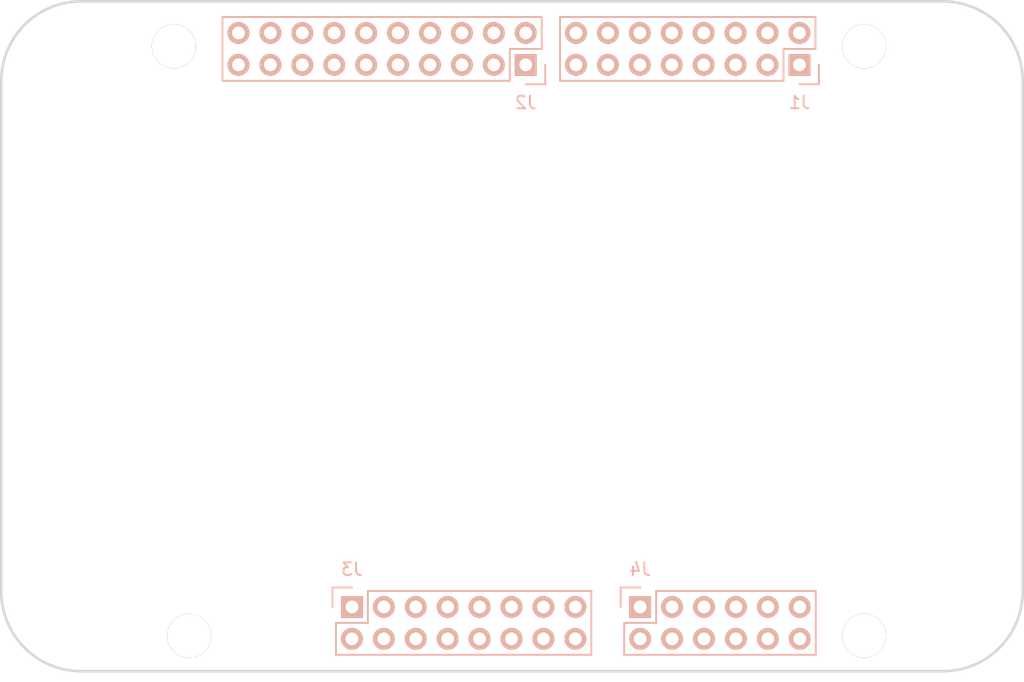
<source format=kicad_pcb>
(kicad_pcb (version 4) (host pcbnew "(2015-11-29 BZR 6336)-product")

  (general
    (links 0)
    (no_connects 0)
    (area 80.014009 47.43492 166.433701 105.97626)
    (thickness 1.6)
    (drawings 768)
    (tracks 0)
    (zones 0)
    (modules 8)
    (nets 65)
  )

  (page USLetter)
  (title_block
    (title "Freescale Kinetis Freedom Expansion Board")
  )

  (layers
    (0 F.Cu signal)
    (31 B.Cu signal)
    (32 B.Adhes user)
    (33 F.Adhes user)
    (34 B.Paste user)
    (35 F.Paste user)
    (36 B.SilkS user)
    (37 F.SilkS user)
    (38 B.Mask user)
    (39 F.Mask user)
    (40 Dwgs.User user)
    (41 Cmts.User user)
    (42 Eco1.User user hide)
    (43 Eco2.User user hide)
    (44 Edge.Cuts user)
    (45 Margin user)
    (46 B.CrtYd user)
    (47 F.CrtYd user)
    (48 B.Fab user)
    (49 F.Fab user)
  )

  (setup
    (last_trace_width 0.25)
    (trace_clearance 0.2)
    (zone_clearance 0.508)
    (zone_45_only no)
    (trace_min 0.2)
    (segment_width 0.2)
    (edge_width 0.2)
    (via_size 0.6)
    (via_drill 0.4)
    (via_min_size 0.4)
    (via_min_drill 0.3)
    (uvia_size 0.3)
    (uvia_drill 0.1)
    (uvias_allowed no)
    (uvia_min_size 0.2)
    (uvia_min_drill 0.1)
    (pcb_text_width 0.3)
    (pcb_text_size 1.5 1.5)
    (mod_edge_width 0.15)
    (mod_text_size 1 1)
    (mod_text_width 0.15)
    (pad_size 1.524 1.524)
    (pad_drill 0.762)
    (pad_to_mask_clearance 0.2)
    (aux_axis_origin 0 0)
    (visible_elements FFFFFF7F)
    (pcbplotparams
      (layerselection 0x00030_80000001)
      (usegerberextensions false)
      (excludeedgelayer true)
      (linewidth 0.100000)
      (plotframeref false)
      (viasonmask false)
      (mode 1)
      (useauxorigin false)
      (hpglpennumber 1)
      (hpglpenspeed 20)
      (hpglpendiameter 15)
      (hpglpenoverlay 2)
      (psnegative false)
      (psa4output false)
      (plotreference true)
      (plotvalue true)
      (plotinvisibletext false)
      (padsonsilk false)
      (subtractmaskfromsilk false)
      (outputformat 1)
      (mirror false)
      (drillshape 1)
      (scaleselection 1)
      (outputdirectory ""))
  )

  (net 0 "")
  (net 1 "Net-(J1-Pad1)")
  (net 2 "Net-(J1-Pad2)")
  (net 3 "Net-(J1-Pad3)")
  (net 4 "Net-(J1-Pad4)")
  (net 5 "Net-(J1-Pad5)")
  (net 6 "Net-(J1-Pad6)")
  (net 7 "Net-(J1-Pad7)")
  (net 8 "Net-(J1-Pad8)")
  (net 9 "Net-(J1-Pad9)")
  (net 10 "Net-(J1-Pad10)")
  (net 11 "Net-(J1-Pad11)")
  (net 12 "Net-(J1-Pad12)")
  (net 13 "Net-(J1-Pad13)")
  (net 14 "Net-(J1-Pad14)")
  (net 15 "Net-(J1-Pad15)")
  (net 16 "Net-(J1-Pad16)")
  (net 17 "Net-(J2-Pad1)")
  (net 18 "Net-(J2-Pad2)")
  (net 19 "Net-(J2-Pad3)")
  (net 20 "Net-(J2-Pad4)")
  (net 21 "Net-(J2-Pad5)")
  (net 22 "Net-(J2-Pad6)")
  (net 23 "Net-(J2-Pad7)")
  (net 24 "Net-(J2-Pad8)")
  (net 25 "Net-(J2-Pad9)")
  (net 26 "Net-(J2-Pad10)")
  (net 27 "Net-(J2-Pad11)")
  (net 28 "Net-(J2-Pad12)")
  (net 29 "Net-(J2-Pad13)")
  (net 30 "Net-(J2-Pad14)")
  (net 31 "Net-(J2-Pad15)")
  (net 32 "Net-(J2-Pad16)")
  (net 33 "Net-(J2-Pad17)")
  (net 34 "Net-(J2-Pad18)")
  (net 35 "Net-(J2-Pad19)")
  (net 36 "Net-(J2-Pad20)")
  (net 37 "Net-(J3-Pad1)")
  (net 38 "Net-(J3-Pad2)")
  (net 39 "Net-(J3-Pad3)")
  (net 40 "Net-(J3-Pad4)")
  (net 41 "Net-(J3-Pad5)")
  (net 42 "Net-(J3-Pad6)")
  (net 43 "Net-(J3-Pad7)")
  (net 44 "Net-(J3-Pad8)")
  (net 45 "Net-(J3-Pad9)")
  (net 46 "Net-(J3-Pad10)")
  (net 47 "Net-(J3-Pad11)")
  (net 48 "Net-(J3-Pad12)")
  (net 49 "Net-(J3-Pad13)")
  (net 50 "Net-(J3-Pad14)")
  (net 51 "Net-(J3-Pad15)")
  (net 52 "Net-(J3-Pad16)")
  (net 53 "Net-(J4-Pad1)")
  (net 54 "Net-(J4-Pad2)")
  (net 55 "Net-(J4-Pad3)")
  (net 56 "Net-(J4-Pad4)")
  (net 57 "Net-(J4-Pad5)")
  (net 58 "Net-(J4-Pad6)")
  (net 59 "Net-(J4-Pad7)")
  (net 60 "Net-(J4-Pad8)")
  (net 61 "Net-(J4-Pad9)")
  (net 62 "Net-(J4-Pad10)")
  (net 63 "Net-(J4-Pad11)")
  (net 64 "Net-(J4-Pad12)")

  (net_class Default "This is the default net class."
    (clearance 0.2)
    (trace_width 0.25)
    (via_dia 0.6)
    (via_drill 0.4)
    (uvia_dia 0.3)
    (uvia_drill 0.1)
    (add_net "Net-(J1-Pad1)")
    (add_net "Net-(J1-Pad10)")
    (add_net "Net-(J1-Pad11)")
    (add_net "Net-(J1-Pad12)")
    (add_net "Net-(J1-Pad13)")
    (add_net "Net-(J1-Pad14)")
    (add_net "Net-(J1-Pad15)")
    (add_net "Net-(J1-Pad16)")
    (add_net "Net-(J1-Pad2)")
    (add_net "Net-(J1-Pad3)")
    (add_net "Net-(J1-Pad4)")
    (add_net "Net-(J1-Pad5)")
    (add_net "Net-(J1-Pad6)")
    (add_net "Net-(J1-Pad7)")
    (add_net "Net-(J1-Pad8)")
    (add_net "Net-(J1-Pad9)")
    (add_net "Net-(J2-Pad1)")
    (add_net "Net-(J2-Pad10)")
    (add_net "Net-(J2-Pad11)")
    (add_net "Net-(J2-Pad12)")
    (add_net "Net-(J2-Pad13)")
    (add_net "Net-(J2-Pad14)")
    (add_net "Net-(J2-Pad15)")
    (add_net "Net-(J2-Pad16)")
    (add_net "Net-(J2-Pad17)")
    (add_net "Net-(J2-Pad18)")
    (add_net "Net-(J2-Pad19)")
    (add_net "Net-(J2-Pad2)")
    (add_net "Net-(J2-Pad20)")
    (add_net "Net-(J2-Pad3)")
    (add_net "Net-(J2-Pad4)")
    (add_net "Net-(J2-Pad5)")
    (add_net "Net-(J2-Pad6)")
    (add_net "Net-(J2-Pad7)")
    (add_net "Net-(J2-Pad8)")
    (add_net "Net-(J2-Pad9)")
    (add_net "Net-(J3-Pad1)")
    (add_net "Net-(J3-Pad10)")
    (add_net "Net-(J3-Pad11)")
    (add_net "Net-(J3-Pad12)")
    (add_net "Net-(J3-Pad13)")
    (add_net "Net-(J3-Pad14)")
    (add_net "Net-(J3-Pad15)")
    (add_net "Net-(J3-Pad16)")
    (add_net "Net-(J3-Pad2)")
    (add_net "Net-(J3-Pad3)")
    (add_net "Net-(J3-Pad4)")
    (add_net "Net-(J3-Pad5)")
    (add_net "Net-(J3-Pad6)")
    (add_net "Net-(J3-Pad7)")
    (add_net "Net-(J3-Pad8)")
    (add_net "Net-(J3-Pad9)")
    (add_net "Net-(J4-Pad1)")
    (add_net "Net-(J4-Pad10)")
    (add_net "Net-(J4-Pad11)")
    (add_net "Net-(J4-Pad12)")
    (add_net "Net-(J4-Pad2)")
    (add_net "Net-(J4-Pad3)")
    (add_net "Net-(J4-Pad4)")
    (add_net "Net-(J4-Pad5)")
    (add_net "Net-(J4-Pad6)")
    (add_net "Net-(J4-Pad7)")
    (add_net "Net-(J4-Pad8)")
    (add_net "Net-(J4-Pad9)")
  )

  (module Pin_Headers:Pin_Header_Straight_2x08 locked (layer B.Cu) (tedit 5660FF5C) (tstamp 5661893E)
    (at 148.5648 54.534 90)
    (descr "Through hole pin header")
    (tags "pin header")
    (path /5660EB90)
    (fp_text reference J1 (at -3 0 180) (layer B.SilkS)
      (effects (font (size 1 1) (thickness 0.15)) (justify mirror))
    )
    (fp_text value CONN_02X08 (at 0 3.1 90) (layer B.Fab) hide
      (effects (font (size 1 1) (thickness 0.15)) (justify mirror))
    )
    (fp_line (start -1.75 1.75) (end -1.75 -19.55) (layer B.CrtYd) (width 0.05))
    (fp_line (start 4.3 1.75) (end 4.3 -19.55) (layer B.CrtYd) (width 0.05))
    (fp_line (start -1.75 1.75) (end 4.3 1.75) (layer B.CrtYd) (width 0.05))
    (fp_line (start -1.75 -19.55) (end 4.3 -19.55) (layer B.CrtYd) (width 0.05))
    (fp_line (start 3.81 -19.05) (end 3.81 1.27) (layer B.SilkS) (width 0.15))
    (fp_line (start -1.27 -1.27) (end -1.27 -19.05) (layer B.SilkS) (width 0.15))
    (fp_line (start 3.81 -19.05) (end -1.27 -19.05) (layer B.SilkS) (width 0.15))
    (fp_line (start 3.81 1.27) (end 1.27 1.27) (layer B.SilkS) (width 0.15))
    (fp_line (start 0 1.55) (end -1.55 1.55) (layer B.SilkS) (width 0.15))
    (fp_line (start 1.27 1.27) (end 1.27 -1.27) (layer B.SilkS) (width 0.15))
    (fp_line (start 1.27 -1.27) (end -1.27 -1.27) (layer B.SilkS) (width 0.15))
    (fp_line (start -1.55 1.55) (end -1.55 0) (layer B.SilkS) (width 0.15))
    (pad 1 thru_hole rect (at 0 0 90) (size 1.7272 1.7272) (drill 1.016) (layers *.Cu *.Mask B.SilkS)
      (net 1 "Net-(J1-Pad1)"))
    (pad 2 thru_hole oval (at 2.54 0 90) (size 1.7272 1.7272) (drill 1.016) (layers *.Cu *.Mask B.SilkS)
      (net 2 "Net-(J1-Pad2)"))
    (pad 3 thru_hole oval (at 0 -2.54 90) (size 1.7272 1.7272) (drill 1.016) (layers *.Cu *.Mask B.SilkS)
      (net 3 "Net-(J1-Pad3)"))
    (pad 4 thru_hole oval (at 2.54 -2.54 90) (size 1.7272 1.7272) (drill 1.016) (layers *.Cu *.Mask B.SilkS)
      (net 4 "Net-(J1-Pad4)"))
    (pad 5 thru_hole oval (at 0 -5.08 90) (size 1.7272 1.7272) (drill 1.016) (layers *.Cu *.Mask B.SilkS)
      (net 5 "Net-(J1-Pad5)"))
    (pad 6 thru_hole oval (at 2.54 -5.08 90) (size 1.7272 1.7272) (drill 1.016) (layers *.Cu *.Mask B.SilkS)
      (net 6 "Net-(J1-Pad6)"))
    (pad 7 thru_hole oval (at 0 -7.62 90) (size 1.7272 1.7272) (drill 1.016) (layers *.Cu *.Mask B.SilkS)
      (net 7 "Net-(J1-Pad7)"))
    (pad 8 thru_hole oval (at 2.54 -7.62 90) (size 1.7272 1.7272) (drill 1.016) (layers *.Cu *.Mask B.SilkS)
      (net 8 "Net-(J1-Pad8)"))
    (pad 9 thru_hole oval (at 0 -10.16 90) (size 1.7272 1.7272) (drill 1.016) (layers *.Cu *.Mask B.SilkS)
      (net 9 "Net-(J1-Pad9)"))
    (pad 10 thru_hole oval (at 2.54 -10.16 90) (size 1.7272 1.7272) (drill 1.016) (layers *.Cu *.Mask B.SilkS)
      (net 10 "Net-(J1-Pad10)"))
    (pad 11 thru_hole oval (at 0 -12.7 90) (size 1.7272 1.7272) (drill 1.016) (layers *.Cu *.Mask B.SilkS)
      (net 11 "Net-(J1-Pad11)"))
    (pad 12 thru_hole oval (at 2.54 -12.7 90) (size 1.7272 1.7272) (drill 1.016) (layers *.Cu *.Mask B.SilkS)
      (net 12 "Net-(J1-Pad12)"))
    (pad 13 thru_hole oval (at 0 -15.24 90) (size 1.7272 1.7272) (drill 1.016) (layers *.Cu *.Mask B.SilkS)
      (net 13 "Net-(J1-Pad13)"))
    (pad 14 thru_hole oval (at 2.54 -15.24 90) (size 1.7272 1.7272) (drill 1.016) (layers *.Cu *.Mask B.SilkS)
      (net 14 "Net-(J1-Pad14)"))
    (pad 15 thru_hole oval (at 0 -17.78 90) (size 1.7272 1.7272) (drill 1.016) (layers *.Cu *.Mask B.SilkS)
      (net 15 "Net-(J1-Pad15)"))
    (pad 16 thru_hole oval (at 2.54 -17.78 90) (size 1.7272 1.7272) (drill 1.016) (layers *.Cu *.Mask B.SilkS)
      (net 16 "Net-(J1-Pad16)"))
    (model Pin_Headers.3dshapes/Pin_Header_Straight_2x08.wrl
      (at (xyz 0.05 -0.35 0))
      (scale (xyz 1 1 1))
      (rotate (xyz 0 0 90))
    )
  )

  (module Pin_Headers:Pin_Header_Straight_2x10 locked (layer B.Cu) (tedit 5660FF67) (tstamp 56618951)
    (at 126.7843 54.534 90)
    (descr "Through hole pin header")
    (tags "pin header")
    (path /5660EB09)
    (fp_text reference J2 (at -3 0 180) (layer B.SilkS)
      (effects (font (size 1 1) (thickness 0.15)) (justify mirror))
    )
    (fp_text value CONN_02X10 (at 0 3.1 90) (layer B.Fab) hide
      (effects (font (size 1 1) (thickness 0.15)) (justify mirror))
    )
    (fp_line (start -1.75 1.75) (end -1.75 -24.65) (layer B.CrtYd) (width 0.05))
    (fp_line (start 4.3 1.75) (end 4.3 -24.65) (layer B.CrtYd) (width 0.05))
    (fp_line (start -1.75 1.75) (end 4.3 1.75) (layer B.CrtYd) (width 0.05))
    (fp_line (start -1.75 -24.65) (end 4.3 -24.65) (layer B.CrtYd) (width 0.05))
    (fp_line (start 3.81 -24.13) (end 3.81 1.27) (layer B.SilkS) (width 0.15))
    (fp_line (start -1.27 -1.27) (end -1.27 -24.13) (layer B.SilkS) (width 0.15))
    (fp_line (start 3.81 -24.13) (end -1.27 -24.13) (layer B.SilkS) (width 0.15))
    (fp_line (start 3.81 1.27) (end 1.27 1.27) (layer B.SilkS) (width 0.15))
    (fp_line (start 0 1.55) (end -1.55 1.55) (layer B.SilkS) (width 0.15))
    (fp_line (start 1.27 1.27) (end 1.27 -1.27) (layer B.SilkS) (width 0.15))
    (fp_line (start 1.27 -1.27) (end -1.27 -1.27) (layer B.SilkS) (width 0.15))
    (fp_line (start -1.55 1.55) (end -1.55 0) (layer B.SilkS) (width 0.15))
    (pad 1 thru_hole rect (at 0 0 90) (size 1.7272 1.7272) (drill 1.016) (layers *.Cu *.Mask B.SilkS)
      (net 17 "Net-(J2-Pad1)"))
    (pad 2 thru_hole oval (at 2.54 0 90) (size 1.7272 1.7272) (drill 1.016) (layers *.Cu *.Mask B.SilkS)
      (net 18 "Net-(J2-Pad2)"))
    (pad 3 thru_hole oval (at 0 -2.54 90) (size 1.7272 1.7272) (drill 1.016) (layers *.Cu *.Mask B.SilkS)
      (net 19 "Net-(J2-Pad3)"))
    (pad 4 thru_hole oval (at 2.54 -2.54 90) (size 1.7272 1.7272) (drill 1.016) (layers *.Cu *.Mask B.SilkS)
      (net 20 "Net-(J2-Pad4)"))
    (pad 5 thru_hole oval (at 0 -5.08 90) (size 1.7272 1.7272) (drill 1.016) (layers *.Cu *.Mask B.SilkS)
      (net 21 "Net-(J2-Pad5)"))
    (pad 6 thru_hole oval (at 2.54 -5.08 90) (size 1.7272 1.7272) (drill 1.016) (layers *.Cu *.Mask B.SilkS)
      (net 22 "Net-(J2-Pad6)"))
    (pad 7 thru_hole oval (at 0 -7.62 90) (size 1.7272 1.7272) (drill 1.016) (layers *.Cu *.Mask B.SilkS)
      (net 23 "Net-(J2-Pad7)"))
    (pad 8 thru_hole oval (at 2.54 -7.62 90) (size 1.7272 1.7272) (drill 1.016) (layers *.Cu *.Mask B.SilkS)
      (net 24 "Net-(J2-Pad8)"))
    (pad 9 thru_hole oval (at 0 -10.16 90) (size 1.7272 1.7272) (drill 1.016) (layers *.Cu *.Mask B.SilkS)
      (net 25 "Net-(J2-Pad9)"))
    (pad 10 thru_hole oval (at 2.54 -10.16 90) (size 1.7272 1.7272) (drill 1.016) (layers *.Cu *.Mask B.SilkS)
      (net 26 "Net-(J2-Pad10)"))
    (pad 11 thru_hole oval (at 0 -12.7 90) (size 1.7272 1.7272) (drill 1.016) (layers *.Cu *.Mask B.SilkS)
      (net 27 "Net-(J2-Pad11)"))
    (pad 12 thru_hole oval (at 2.54 -12.7 90) (size 1.7272 1.7272) (drill 1.016) (layers *.Cu *.Mask B.SilkS)
      (net 28 "Net-(J2-Pad12)"))
    (pad 13 thru_hole oval (at 0 -15.24 90) (size 1.7272 1.7272) (drill 1.016) (layers *.Cu *.Mask B.SilkS)
      (net 29 "Net-(J2-Pad13)"))
    (pad 14 thru_hole oval (at 2.54 -15.24 90) (size 1.7272 1.7272) (drill 1.016) (layers *.Cu *.Mask B.SilkS)
      (net 30 "Net-(J2-Pad14)"))
    (pad 15 thru_hole oval (at 0 -17.78 90) (size 1.7272 1.7272) (drill 1.016) (layers *.Cu *.Mask B.SilkS)
      (net 31 "Net-(J2-Pad15)"))
    (pad 16 thru_hole oval (at 2.54 -17.78 90) (size 1.7272 1.7272) (drill 1.016) (layers *.Cu *.Mask B.SilkS)
      (net 32 "Net-(J2-Pad16)"))
    (pad 17 thru_hole oval (at 0 -20.32 90) (size 1.7272 1.7272) (drill 1.016) (layers *.Cu *.Mask B.SilkS)
      (net 33 "Net-(J2-Pad17)"))
    (pad 18 thru_hole oval (at 2.54 -20.32 90) (size 1.7272 1.7272) (drill 1.016) (layers *.Cu *.Mask B.SilkS)
      (net 34 "Net-(J2-Pad18)"))
    (pad 19 thru_hole oval (at 0 -22.86 90) (size 1.7272 1.7272) (drill 1.016) (layers *.Cu *.Mask B.SilkS)
      (net 35 "Net-(J2-Pad19)"))
    (pad 20 thru_hole oval (at 2.54 -22.86 90) (size 1.7272 1.7272) (drill 1.016) (layers *.Cu *.Mask B.SilkS)
      (net 36 "Net-(J2-Pad20)"))
    (model Pin_Headers.3dshapes/Pin_Header_Straight_2x10.wrl
      (at (xyz 0.05 -0.45 0))
      (scale (xyz 1 1 1))
      (rotate (xyz 0 0 90))
    )
  )

  (module Pin_Headers:Pin_Header_Straight_2x06 locked (layer B.Cu) (tedit 5660FF41) (tstamp 56618968)
    (at 135.89 97.7013 270)
    (descr "Through hole pin header")
    (tags "pin header")
    (path /5660ECD0)
    (fp_text reference J4 (at -3 0 360) (layer B.SilkS)
      (effects (font (size 1 1) (thickness 0.15)) (justify mirror))
    )
    (fp_text value CONN_02X06 (at 0 3.1 270) (layer B.Fab) hide
      (effects (font (size 1 1) (thickness 0.15)) (justify mirror))
    )
    (fp_line (start -1.75 1.75) (end -1.75 -14.45) (layer B.CrtYd) (width 0.05))
    (fp_line (start 4.3 1.75) (end 4.3 -14.45) (layer B.CrtYd) (width 0.05))
    (fp_line (start -1.75 1.75) (end 4.3 1.75) (layer B.CrtYd) (width 0.05))
    (fp_line (start -1.75 -14.45) (end 4.3 -14.45) (layer B.CrtYd) (width 0.05))
    (fp_line (start 3.81 -13.97) (end 3.81 1.27) (layer B.SilkS) (width 0.15))
    (fp_line (start -1.27 -1.27) (end -1.27 -13.97) (layer B.SilkS) (width 0.15))
    (fp_line (start 3.81 -13.97) (end -1.27 -13.97) (layer B.SilkS) (width 0.15))
    (fp_line (start 3.81 1.27) (end 1.27 1.27) (layer B.SilkS) (width 0.15))
    (fp_line (start 0 1.55) (end -1.55 1.55) (layer B.SilkS) (width 0.15))
    (fp_line (start 1.27 1.27) (end 1.27 -1.27) (layer B.SilkS) (width 0.15))
    (fp_line (start 1.27 -1.27) (end -1.27 -1.27) (layer B.SilkS) (width 0.15))
    (fp_line (start -1.55 1.55) (end -1.55 0) (layer B.SilkS) (width 0.15))
    (pad 1 thru_hole rect (at 0 0 270) (size 1.7272 1.7272) (drill 1.016) (layers *.Cu *.Mask B.SilkS)
      (net 53 "Net-(J4-Pad1)"))
    (pad 2 thru_hole oval (at 2.54 0 270) (size 1.7272 1.7272) (drill 1.016) (layers *.Cu *.Mask B.SilkS)
      (net 54 "Net-(J4-Pad2)"))
    (pad 3 thru_hole oval (at 0 -2.54 270) (size 1.7272 1.7272) (drill 1.016) (layers *.Cu *.Mask B.SilkS)
      (net 55 "Net-(J4-Pad3)"))
    (pad 4 thru_hole oval (at 2.54 -2.54 270) (size 1.7272 1.7272) (drill 1.016) (layers *.Cu *.Mask B.SilkS)
      (net 56 "Net-(J4-Pad4)"))
    (pad 5 thru_hole oval (at 0 -5.08 270) (size 1.7272 1.7272) (drill 1.016) (layers *.Cu *.Mask B.SilkS)
      (net 57 "Net-(J4-Pad5)"))
    (pad 6 thru_hole oval (at 2.54 -5.08 270) (size 1.7272 1.7272) (drill 1.016) (layers *.Cu *.Mask B.SilkS)
      (net 58 "Net-(J4-Pad6)"))
    (pad 7 thru_hole oval (at 0 -7.62 270) (size 1.7272 1.7272) (drill 1.016) (layers *.Cu *.Mask B.SilkS)
      (net 59 "Net-(J4-Pad7)"))
    (pad 8 thru_hole oval (at 2.54 -7.62 270) (size 1.7272 1.7272) (drill 1.016) (layers *.Cu *.Mask B.SilkS)
      (net 60 "Net-(J4-Pad8)"))
    (pad 9 thru_hole oval (at 0 -10.16 270) (size 1.7272 1.7272) (drill 1.016) (layers *.Cu *.Mask B.SilkS)
      (net 61 "Net-(J4-Pad9)"))
    (pad 10 thru_hole oval (at 2.54 -10.16 270) (size 1.7272 1.7272) (drill 1.016) (layers *.Cu *.Mask B.SilkS)
      (net 62 "Net-(J4-Pad10)"))
    (pad 11 thru_hole oval (at 0 -12.7 270) (size 1.7272 1.7272) (drill 1.016) (layers *.Cu *.Mask B.SilkS)
      (net 63 "Net-(J4-Pad11)"))
    (pad 12 thru_hole oval (at 2.54 -12.7 270) (size 1.7272 1.7272) (drill 1.016) (layers *.Cu *.Mask B.SilkS)
      (net 64 "Net-(J4-Pad12)"))
    (model Pin_Headers.3dshapes/Pin_Header_Straight_2x06.wrl
      (at (xyz 0.05 -0.25 0))
      (scale (xyz 1 1 1))
      (rotate (xyz 0 0 90))
    )
  )

  (module Pin_Headers:Pin_Header_Straight_2x08 locked (layer B.Cu) (tedit 5660FF3A) (tstamp 56618977)
    (at 112.954 97.7013 270)
    (descr "Through hole pin header")
    (tags "pin header")
    (path /5660EC4F)
    (fp_text reference J3 (at -3 0 360) (layer B.SilkS)
      (effects (font (size 1 1) (thickness 0.15)) (justify mirror))
    )
    (fp_text value CONN_02X08 (at 0 3.1 270) (layer B.Fab) hide
      (effects (font (size 1 1) (thickness 0.15)) (justify mirror))
    )
    (fp_line (start -1.75 1.75) (end -1.75 -19.55) (layer B.CrtYd) (width 0.05))
    (fp_line (start 4.3 1.75) (end 4.3 -19.55) (layer B.CrtYd) (width 0.05))
    (fp_line (start -1.75 1.75) (end 4.3 1.75) (layer B.CrtYd) (width 0.05))
    (fp_line (start -1.75 -19.55) (end 4.3 -19.55) (layer B.CrtYd) (width 0.05))
    (fp_line (start 3.81 -19.05) (end 3.81 1.27) (layer B.SilkS) (width 0.15))
    (fp_line (start -1.27 -1.27) (end -1.27 -19.05) (layer B.SilkS) (width 0.15))
    (fp_line (start 3.81 -19.05) (end -1.27 -19.05) (layer B.SilkS) (width 0.15))
    (fp_line (start 3.81 1.27) (end 1.27 1.27) (layer B.SilkS) (width 0.15))
    (fp_line (start 0 1.55) (end -1.55 1.55) (layer B.SilkS) (width 0.15))
    (fp_line (start 1.27 1.27) (end 1.27 -1.27) (layer B.SilkS) (width 0.15))
    (fp_line (start 1.27 -1.27) (end -1.27 -1.27) (layer B.SilkS) (width 0.15))
    (fp_line (start -1.55 1.55) (end -1.55 0) (layer B.SilkS) (width 0.15))
    (pad 1 thru_hole rect (at 0 0 270) (size 1.7272 1.7272) (drill 1.016) (layers *.Cu *.Mask B.SilkS)
      (net 37 "Net-(J3-Pad1)"))
    (pad 2 thru_hole oval (at 2.54 0 270) (size 1.7272 1.7272) (drill 1.016) (layers *.Cu *.Mask B.SilkS)
      (net 38 "Net-(J3-Pad2)"))
    (pad 3 thru_hole oval (at 0 -2.54 270) (size 1.7272 1.7272) (drill 1.016) (layers *.Cu *.Mask B.SilkS)
      (net 39 "Net-(J3-Pad3)"))
    (pad 4 thru_hole oval (at 2.54 -2.54 270) (size 1.7272 1.7272) (drill 1.016) (layers *.Cu *.Mask B.SilkS)
      (net 40 "Net-(J3-Pad4)"))
    (pad 5 thru_hole oval (at 0 -5.08 270) (size 1.7272 1.7272) (drill 1.016) (layers *.Cu *.Mask B.SilkS)
      (net 41 "Net-(J3-Pad5)"))
    (pad 6 thru_hole oval (at 2.54 -5.08 270) (size 1.7272 1.7272) (drill 1.016) (layers *.Cu *.Mask B.SilkS)
      (net 42 "Net-(J3-Pad6)"))
    (pad 7 thru_hole oval (at 0 -7.62 270) (size 1.7272 1.7272) (drill 1.016) (layers *.Cu *.Mask B.SilkS)
      (net 43 "Net-(J3-Pad7)"))
    (pad 8 thru_hole oval (at 2.54 -7.62 270) (size 1.7272 1.7272) (drill 1.016) (layers *.Cu *.Mask B.SilkS)
      (net 44 "Net-(J3-Pad8)"))
    (pad 9 thru_hole oval (at 0 -10.16 270) (size 1.7272 1.7272) (drill 1.016) (layers *.Cu *.Mask B.SilkS)
      (net 45 "Net-(J3-Pad9)"))
    (pad 10 thru_hole oval (at 2.54 -10.16 270) (size 1.7272 1.7272) (drill 1.016) (layers *.Cu *.Mask B.SilkS)
      (net 46 "Net-(J3-Pad10)"))
    (pad 11 thru_hole oval (at 0 -12.7 270) (size 1.7272 1.7272) (drill 1.016) (layers *.Cu *.Mask B.SilkS)
      (net 47 "Net-(J3-Pad11)"))
    (pad 12 thru_hole oval (at 2.54 -12.7 270) (size 1.7272 1.7272) (drill 1.016) (layers *.Cu *.Mask B.SilkS)
      (net 48 "Net-(J3-Pad12)"))
    (pad 13 thru_hole oval (at 0 -15.24 270) (size 1.7272 1.7272) (drill 1.016) (layers *.Cu *.Mask B.SilkS)
      (net 49 "Net-(J3-Pad13)"))
    (pad 14 thru_hole oval (at 2.54 -15.24 270) (size 1.7272 1.7272) (drill 1.016) (layers *.Cu *.Mask B.SilkS)
      (net 50 "Net-(J3-Pad14)"))
    (pad 15 thru_hole oval (at 0 -17.78 270) (size 1.7272 1.7272) (drill 1.016) (layers *.Cu *.Mask B.SilkS)
      (net 51 "Net-(J3-Pad15)"))
    (pad 16 thru_hole oval (at 2.54 -17.78 270) (size 1.7272 1.7272) (drill 1.016) (layers *.Cu *.Mask B.SilkS)
      (net 52 "Net-(J3-Pad16)"))
    (model Pin_Headers.3dshapes/Pin_Header_Straight_2x08.wrl
      (at (xyz 0.05 -0.35 0))
      (scale (xyz 1 1 1))
      (rotate (xyz 0 0 90))
    )
  )

  (module Mounting_Holes:MountingHole_3-5mm locked (layer F.Cu) (tedit 5660FDA8) (tstamp 56618B49)
    (at 153.7083 53.0608)
    (descr "Mounting hole, Befestigungsbohrung, 3,5mm, No Annular, Kein Restring,")
    (tags "Mounting hole, Befestigungsbohrung, 3,5mm, No Annular, Kein Restring,")
    (fp_text reference REF** (at 0 -4.50088) (layer F.SilkS) hide
      (effects (font (size 1 1) (thickness 0.15)))
    )
    (fp_text value MountingHole_3-5mm (at 0 5.00126) (layer F.Fab) hide
      (effects (font (size 1 1) (thickness 0.15)))
    )
    (fp_circle (center 0 0) (end 3.5 0) (layer Cmts.User) (width 0.381))
    (pad 1 thru_hole circle (at 0 0) (size 3.5 3.5) (drill 3.5) (layers))
  )

  (module Mounting_Holes:MountingHole_3-5mm locked (layer F.Cu) (tedit 5660FDC9) (tstamp 56618B58)
    (at 153.7083 100)
    (descr "Mounting hole, Befestigungsbohrung, 3,5mm, No Annular, Kein Restring,")
    (tags "Mounting hole, Befestigungsbohrung, 3,5mm, No Annular, Kein Restring,")
    (fp_text reference REF** (at 0 -4.50088) (layer F.SilkS) hide
      (effects (font (size 1 1) (thickness 0.15)))
    )
    (fp_text value MountingHole_3-5mm (at 0 5.00126) (layer F.Fab) hide
      (effects (font (size 1 1) (thickness 0.15)))
    )
    (fp_circle (center 0 0) (end 3.5 0) (layer Cmts.User) (width 0.381))
    (pad 1 thru_hole circle (at 0 0) (size 3.5 3.5) (drill 3.5) (layers))
  )

  (module Mounting_Holes:MountingHole_3-5mm locked (layer F.Cu) (tedit 5660FDC7) (tstamp 56618B5C)
    (at 100 100)
    (descr "Mounting hole, Befestigungsbohrung, 3,5mm, No Annular, Kein Restring,")
    (tags "Mounting hole, Befestigungsbohrung, 3,5mm, No Annular, Kein Restring,")
    (fp_text reference REF** (at 0 -4.50088) (layer F.SilkS) hide
      (effects (font (size 1 1) (thickness 0.15)))
    )
    (fp_text value MountingHole_3-5mm (at 0 5.00126) (layer F.Fab) hide
      (effects (font (size 1 1) (thickness 0.15)))
    )
    (fp_circle (center 0 0) (end 3.5 0) (layer Cmts.User) (width 0.381))
    (pad 1 thru_hole circle (at 0 0) (size 3.5 3.5) (drill 3.5) (layers))
  )

  (module Mounting_Holes:MountingHole_3-5mm locked (layer F.Cu) (tedit 5660FDAF) (tstamp 56619927)
    (at 98.7808 53.0608)
    (descr "Mounting hole, Befestigungsbohrung, 3,5mm, No Annular, Kein Restring,")
    (tags "Mounting hole, Befestigungsbohrung, 3,5mm, No Annular, Kein Restring,")
    (fp_text reference REF** (at 0 -4.50088) (layer F.SilkS) hide
      (effects (font (size 1 1) (thickness 0.15)))
    )
    (fp_text value MountingHole_3-5mm (at 0 5.00126) (layer F.Fab) hide
      (effects (font (size 1 1) (thickness 0.15)))
    )
    (fp_circle (center 0 0) (end 3.5 0) (layer Cmts.User) (width 0.381))
    (pad 1 thru_hole circle (at 0 0) (size 3.5 3.5) (drill 3.5) (layers))
  )

  (gr_line (start 100 100) (end 100 100) (layer Eco1.User) (width 0.15))
  (gr_line (start 100 100) (end 100 100) (layer Eco1.User) (width 0.15))
  (gr_line (start 100 100) (end 100 100) (layer Eco1.User) (width 0.15))
  (gr_line (start 100 100) (end 100 100) (layer Eco1.User) (width 0.15))
  (gr_line (start 100 100) (end 100 100) (layer Eco1.User) (width 0.15))
  (gr_line (start 100 100) (end 100 100) (layer Eco1.User) (width 0.15))
  (gr_line (start 100 100) (end 100 100) (layer Eco1.User) (width 0.15))
  (gr_line (start 100 100) (end 100 100) (layer Eco1.User) (width 0.15))
  (gr_line (start 100 100) (end 100 100) (layer Eco1.User) (width 0.15))
  (gr_line (start 100 100) (end 100 100) (layer Eco1.User) (width 0.15))
  (gr_line (start 100 100) (end 100 100) (layer Eco1.User) (width 0.15))
  (gr_arc (start 91.4021 96.4694) (end 91.4021 102.8194) (angle 90) (layer Edge.Cuts) (width 0.2032))
  (gr_arc (start 159.9821 55.8294) (end 159.9821 49.4794) (angle 90) (layer Edge.Cuts) (width 0.2032))
  (gr_arc (start 159.9821 96.4694) (end 166.3321 96.4694) (angle 90) (layer Edge.Cuts) (width 0.2032))
  (gr_line (start 159.9821 102.8194) (end 91.4021 102.8194) (layer Edge.Cuts) (width 0.2032))
  (gr_line (start 92.36984 85.25657) (end 80.09021 85.25657) (layer Eco1.User) (width 0.1524))
  (gr_line (start 80.09021 85.25657) (end 80.09021 66.76791) (layer Eco1.User) (width 0.1524))
  (gr_line (start 80.09021 66.76791) (end 92.59361 66.76791) (layer Eco1.User) (width 0.1524))
  (gr_line (start 102.54584 85.25657) (end 95.5865 85.25657) (layer Eco1.User) (width 0.1524))
  (gr_line (start 95.6726 66.76791) (end 102.54584 66.76791) (layer Eco1.User) (width 0.1524))
  (gr_line (start 102.54584 66.76791) (end 102.54584 85.25657) (layer Eco1.User) (width 0.1524))
  (gr_line (start 100.889 55.5246) (end 100.889 54.7626) (layer Eco1.User) (width 0.1524))
  (gr_line (start 100.889 54.7626) (end 100.7874 54.915) (layer Eco1.User) (width 0.1524))
  (gr_line (start 100.7874 55.5246) (end 100.9906 55.5246) (layer Eco1.User) (width 0.1524))
  (gr_line (start 101.37998 55.4357) (end 101.43942 55.4992) (layer Eco1.User) (width 0.1524))
  (gr_line (start 101.43942 55.4992) (end 101.50698 55.5246) (layer Eco1.User) (width 0.1524))
  (gr_line (start 101.50698 55.5246) (end 101.5748 55.4992) (layer Eco1.User) (width 0.1524))
  (gr_line (start 101.5748 55.4992) (end 101.63398 55.423) (layer Eco1.User) (width 0.1524))
  (gr_line (start 101.63398 55.423) (end 101.6764 55.3087) (layer Eco1.User) (width 0.1524))
  (gr_line (start 101.6764 55.3087) (end 101.69342 55.1944) (layer Eco1.User) (width 0.1524))
  (gr_line (start 101.69342 55.1944) (end 101.69342 55.0547) (layer Eco1.User) (width 0.1524))
  (gr_line (start 101.69342 55.0547) (end 101.6764 54.9404) (layer Eco1.User) (width 0.1524))
  (gr_line (start 101.6764 54.9404) (end 101.63398 54.8388) (layer Eco1.User) (width 0.1524))
  (gr_line (start 101.63398 54.8388) (end 101.58318 54.788) (layer Eco1.User) (width 0.1524))
  (gr_line (start 101.58318 54.788) (end 101.524 54.7626) (layer Eco1.User) (width 0.1524))
  (gr_line (start 101.524 54.7626) (end 101.45618 54.788) (layer Eco1.User) (width 0.1524))
  (gr_line (start 101.45618 54.788) (end 101.40538 54.8388) (layer Eco1.User) (width 0.1524))
  (gr_line (start 101.40538 54.8388) (end 101.3716 54.915) (layer Eco1.User) (width 0.1524))
  (gr_line (start 101.3716 54.915) (end 101.35458 55.0166) (layer Eco1.User) (width 0.1524))
  (gr_line (start 101.35458 55.0166) (end 101.3716 55.1055) (layer Eco1.User) (width 0.1524))
  (gr_line (start 101.3716 55.1055) (end 101.41402 55.1944) (layer Eco1.User) (width 0.1524))
  (gr_line (start 101.41402 55.1944) (end 101.46482 55.2452) (layer Eco1.User) (width 0.1524))
  (gr_line (start 101.46482 55.2452) (end 101.524 55.2579) (layer Eco1.User) (width 0.1524))
  (gr_line (start 101.524 55.2579) (end 101.59182 55.2325) (layer Eco1.User) (width 0.1524))
  (gr_line (start 101.59182 55.2325) (end 101.64262 55.169) (layer Eco1.User) (width 0.1524))
  (gr_line (start 101.64262 55.169) (end 101.69342 55.0547) (layer Eco1.User) (width 0.1524))
  (gr_line (start 100.6129 53.25892) (end 100.65532 53.33512) (layer Eco1.User) (width 0.1524))
  (gr_line (start 100.65532 53.33512) (end 100.70612 53.38592) (layer Eco1.User) (width 0.1524))
  (gr_line (start 100.70612 53.38592) (end 100.7653 53.41132) (layer Eco1.User) (width 0.1524))
  (gr_line (start 100.7653 53.41132) (end 100.83312 53.38592) (layer Eco1.User) (width 0.1524))
  (gr_line (start 100.83312 53.38592) (end 100.88392 53.33512) (layer Eco1.User) (width 0.1524))
  (gr_line (start 100.88392 53.33512) (end 100.93472 53.25892) (layer Eco1.User) (width 0.1524))
  (gr_line (start 100.93472 53.25892) (end 100.95174 53.15732) (layer Eco1.User) (width 0.1524))
  (gr_line (start 100.95174 53.15732) (end 100.95174 52.64932) (layer Eco1.User) (width 0.1524))
  (gr_line (start 101.25654 52.77632) (end 101.30734 52.70012) (layer Eco1.User) (width 0.1524))
  (gr_line (start 101.30734 52.70012) (end 101.36652 52.66202) (layer Eco1.User) (width 0.1524))
  (gr_line (start 101.36652 52.66202) (end 101.43434 52.64932) (layer Eco1.User) (width 0.1524))
  (gr_line (start 101.43434 52.64932) (end 101.51892 52.67472) (layer Eco1.User) (width 0.1524))
  (gr_line (start 101.51892 52.67472) (end 101.5781 52.73822) (layer Eco1.User) (width 0.1524))
  (gr_line (start 101.5781 52.73822) (end 101.59512 52.81442) (layer Eco1.User) (width 0.1524))
  (gr_line (start 101.59512 52.81442) (end 101.58674 52.89062) (layer Eco1.User) (width 0.1524))
  (gr_line (start 101.58674 52.89062) (end 101.5527 52.95412) (layer Eco1.User) (width 0.1524))
  (gr_line (start 101.5527 52.95412) (end 101.38354 53.08112) (layer Eco1.User) (width 0.1524))
  (gr_line (start 101.38354 53.08112) (end 101.30734 53.17002) (layer Eco1.User) (width 0.1524))
  (gr_line (start 101.30734 53.17002) (end 101.25654 53.29702) (layer Eco1.User) (width 0.1524))
  (gr_line (start 101.25654 53.29702) (end 101.23952 53.41132) (layer Eco1.User) (width 0.1524))
  (gr_line (start 101.23952 53.41132) (end 101.59512 53.41132) (layer Eco1.User) (width 0.1524))
  (gr_line (start 100.5809 50.80274) (end 100.6317 50.72654) (layer Eco1.User) (width 0.1524))
  (gr_line (start 100.6317 50.72654) (end 100.69088 50.68844) (layer Eco1.User) (width 0.1524))
  (gr_line (start 100.69088 50.68844) (end 100.7587 50.67574) (layer Eco1.User) (width 0.1524))
  (gr_line (start 100.7587 50.67574) (end 100.84328 50.70114) (layer Eco1.User) (width 0.1524))
  (gr_line (start 100.84328 50.70114) (end 100.90246 50.76464) (layer Eco1.User) (width 0.1524))
  (gr_line (start 100.90246 50.76464) (end 100.91948 50.84084) (layer Eco1.User) (width 0.1524))
  (gr_line (start 100.91948 50.84084) (end 100.9111 50.91704) (layer Eco1.User) (width 0.1524))
  (gr_line (start 100.9111 50.91704) (end 100.87706 50.98054) (layer Eco1.User) (width 0.1524))
  (gr_line (start 100.87706 50.98054) (end 100.7079 51.10754) (layer Eco1.User) (width 0.1524))
  (gr_line (start 100.7079 51.10754) (end 100.6317 51.19644) (layer Eco1.User) (width 0.1524))
  (gr_line (start 100.6317 51.19644) (end 100.5809 51.32344) (layer Eco1.User) (width 0.1524))
  (gr_line (start 100.5809 51.32344) (end 100.56388 51.43774) (layer Eco1.User) (width 0.1524))
  (gr_line (start 100.56388 51.43774) (end 100.91948 51.43774) (layer Eco1.User) (width 0.1524))
  (gr_line (start 101.37668 50.67574) (end 101.30886 50.70114) (layer Eco1.User) (width 0.1524))
  (gr_line (start 101.30886 50.70114) (end 101.25806 50.76464) (layer Eco1.User) (width 0.1524))
  (gr_line (start 101.25806 50.76464) (end 101.22428 50.84084) (layer Eco1.User) (width 0.1524))
  (gr_line (start 101.22428 50.84084) (end 101.19888 50.94244) (layer Eco1.User) (width 0.1524))
  (gr_line (start 101.19888 50.94244) (end 101.1905 51.05674) (layer Eco1.User) (width 0.1524))
  (gr_line (start 101.1905 51.05674) (end 101.19888 51.17104) (layer Eco1.User) (width 0.1524))
  (gr_line (start 101.19888 51.17104) (end 101.22428 51.27264) (layer Eco1.User) (width 0.1524))
  (gr_line (start 101.22428 51.27264) (end 101.25806 51.34884) (layer Eco1.User) (width 0.1524))
  (gr_line (start 101.25806 51.34884) (end 101.30886 51.41234) (layer Eco1.User) (width 0.1524))
  (gr_line (start 101.30886 51.41234) (end 101.37668 51.43774) (layer Eco1.User) (width 0.1524))
  (gr_line (start 101.37668 51.43774) (end 101.4445 51.41234) (layer Eco1.User) (width 0.1524))
  (gr_line (start 101.4445 51.41234) (end 101.4953 51.34884) (layer Eco1.User) (width 0.1524))
  (gr_line (start 101.4953 51.34884) (end 101.52908 51.27264) (layer Eco1.User) (width 0.1524))
  (gr_line (start 101.52908 51.27264) (end 101.55448 51.17104) (layer Eco1.User) (width 0.1524))
  (gr_line (start 101.55448 51.17104) (end 101.56286 51.05674) (layer Eco1.User) (width 0.1524))
  (gr_line (start 101.56286 51.05674) (end 101.55448 50.94244) (layer Eco1.User) (width 0.1524))
  (gr_line (start 101.55448 50.94244) (end 101.52908 50.84084) (layer Eco1.User) (width 0.1524))
  (gr_line (start 101.52908 50.84084) (end 101.4953 50.76464) (layer Eco1.User) (width 0.1524))
  (gr_line (start 101.4953 50.76464) (end 101.4445 50.70114) (layer Eco1.User) (width 0.1524))
  (gr_line (start 101.4445 50.70114) (end 101.37668 50.67574) (layer Eco1.User) (width 0.1524))
  (gr_line (start 107.67842 66.56446) (end 107.67842 65.80246) (layer Eco1.User) (width 0.1524))
  (gr_line (start 107.67842 65.80246) (end 107.57682 65.95486) (layer Eco1.User) (width 0.1524))
  (gr_line (start 107.57682 66.56446) (end 107.78002 66.56446) (layer Eco1.User) (width 0.1524))
  (gr_line (start 108.31342 65.80246) (end 108.2456 65.82786) (layer Eco1.User) (width 0.1524))
  (gr_line (start 108.2456 65.82786) (end 108.1948 65.89136) (layer Eco1.User) (width 0.1524))
  (gr_line (start 108.1948 65.89136) (end 108.16102 65.96756) (layer Eco1.User) (width 0.1524))
  (gr_line (start 108.16102 65.96756) (end 108.13562 66.06916) (layer Eco1.User) (width 0.1524))
  (gr_line (start 108.13562 66.06916) (end 108.12724 66.18346) (layer Eco1.User) (width 0.1524))
  (gr_line (start 108.12724 66.18346) (end 108.13562 66.29776) (layer Eco1.User) (width 0.1524))
  (gr_line (start 108.13562 66.29776) (end 108.16102 66.39936) (layer Eco1.User) (width 0.1524))
  (gr_line (start 108.16102 66.39936) (end 108.1948 66.47556) (layer Eco1.User) (width 0.1524))
  (gr_line (start 108.1948 66.47556) (end 108.2456 66.53906) (layer Eco1.User) (width 0.1524))
  (gr_line (start 108.2456 66.53906) (end 108.31342 66.56446) (layer Eco1.User) (width 0.1524))
  (gr_line (start 108.31342 66.56446) (end 108.38124 66.53906) (layer Eco1.User) (width 0.1524))
  (gr_line (start 108.38124 66.53906) (end 108.43204 66.47556) (layer Eco1.User) (width 0.1524))
  (gr_line (start 108.43204 66.47556) (end 108.46582 66.39936) (layer Eco1.User) (width 0.1524))
  (gr_line (start 108.46582 66.39936) (end 108.49122 66.29776) (layer Eco1.User) (width 0.1524))
  (gr_line (start 108.49122 66.29776) (end 108.4996 66.18346) (layer Eco1.User) (width 0.1524))
  (gr_line (start 108.4996 66.18346) (end 108.49122 66.06916) (layer Eco1.User) (width 0.1524))
  (gr_line (start 108.49122 66.06916) (end 108.46582 65.96756) (layer Eco1.User) (width 0.1524))
  (gr_line (start 108.46582 65.96756) (end 108.43204 65.89136) (layer Eco1.User) (width 0.1524))
  (gr_line (start 108.43204 65.89136) (end 108.38124 65.82786) (layer Eco1.User) (width 0.1524))
  (gr_line (start 108.38124 65.82786) (end 108.31342 65.80246) (layer Eco1.User) (width 0.1524))
  (gr_line (start 102.0955 50.5462) (end 102.0955 55.9818) (layer Eco1.User) (width 0.1524))
  (gr_line (start 102.0955 55.9818) (end 127.9781 55.9818) (layer Eco1.User) (width 0.1524))
  (gr_line (start 127.9781 55.9818) (end 128.6131 55.3468) (layer Eco1.User) (width 0.1524))
  (gr_line (start 128.6131 55.3468) (end 128.6131 50.5462) (layer Eco1.User) (width 0.1524))
  (gr_line (start 128.6131 50.5462) (end 102.0955 50.5462) (layer Eco1.User) (width 0.1524))
  (gr_line (start 112.71956 102.08026) (end 112.77036 102.00406) (layer Eco1.User) (width 0.1524))
  (gr_line (start 112.77036 102.00406) (end 112.82954 101.96596) (layer Eco1.User) (width 0.1524))
  (gr_line (start 112.82954 101.96596) (end 112.89736 101.95326) (layer Eco1.User) (width 0.1524))
  (gr_line (start 112.89736 101.95326) (end 112.98194 101.97866) (layer Eco1.User) (width 0.1524))
  (gr_line (start 112.98194 101.97866) (end 113.04112 102.04216) (layer Eco1.User) (width 0.1524))
  (gr_line (start 113.04112 102.04216) (end 113.05814 102.11836) (layer Eco1.User) (width 0.1524))
  (gr_line (start 113.05814 102.11836) (end 113.04976 102.19456) (layer Eco1.User) (width 0.1524))
  (gr_line (start 113.04976 102.19456) (end 113.01572 102.25806) (layer Eco1.User) (width 0.1524))
  (gr_line (start 113.01572 102.25806) (end 112.84656 102.38506) (layer Eco1.User) (width 0.1524))
  (gr_line (start 112.84656 102.38506) (end 112.77036 102.47396) (layer Eco1.User) (width 0.1524))
  (gr_line (start 112.77036 102.47396) (end 112.71956 102.60096) (layer Eco1.User) (width 0.1524))
  (gr_line (start 112.71956 102.60096) (end 112.70254 102.71526) (layer Eco1.User) (width 0.1524))
  (gr_line (start 112.70254 102.71526) (end 113.05814 102.71526) (layer Eco1.User) (width 0.1524))
  (gr_line (start 111.5062 101.6891) (end 112.954 101.6891) (layer Eco1.User) (width 0.1524))
  (gr_line (start 112.954 96.2535) (end 111.5062 96.2535) (layer Eco1.User) (width 0.1524))
  (gr_line (start 111.5062 96.2535) (end 111.5062 101.6891) (layer Eco1.User) (width 0.1524))
  (gr_line (start 112.0142 95.94616) (end 112.0142 95.18416) (layer Eco1.User) (width 0.1524))
  (gr_line (start 112.0142 95.18416) (end 111.9126 95.33656) (layer Eco1.User) (width 0.1524))
  (gr_line (start 111.9126 95.94616) (end 112.1158 95.94616) (layer Eco1.User) (width 0.1524))
  (gr_line (start 110.49274 98.58344) (end 110.41654 98.62586) (layer Eco1.User) (width 0.1524))
  (gr_line (start 110.41654 98.62586) (end 110.36574 98.67666) (layer Eco1.User) (width 0.1524))
  (gr_line (start 110.36574 98.67666) (end 110.34034 98.73584) (layer Eco1.User) (width 0.1524))
  (gr_line (start 110.34034 98.73584) (end 110.36574 98.80366) (layer Eco1.User) (width 0.1524))
  (gr_line (start 110.36574 98.80366) (end 110.41654 98.85446) (layer Eco1.User) (width 0.1524))
  (gr_line (start 110.41654 98.85446) (end 110.49274 98.90526) (layer Eco1.User) (width 0.1524))
  (gr_line (start 110.49274 98.90526) (end 110.59434 98.92228) (layer Eco1.User) (width 0.1524))
  (gr_line (start 110.59434 98.92228) (end 111.10234 98.92228) (layer Eco1.User) (width 0.1524))
  (gr_line (start 110.49274 99.20168) (end 110.40384 99.25248) (layer Eco1.User) (width 0.1524))
  (gr_line (start 110.40384 99.25248) (end 110.35304 99.32004) (layer Eco1.User) (width 0.1524))
  (gr_line (start 110.35304 99.32004) (end 110.34034 99.39624) (layer Eco1.User) (width 0.1524))
  (gr_line (start 110.34034 99.39624) (end 110.35304 99.46406) (layer Eco1.User) (width 0.1524))
  (gr_line (start 110.35304 99.46406) (end 110.41654 99.53188) (layer Eco1.User) (width 0.1524))
  (gr_line (start 110.41654 99.53188) (end 110.49274 99.57404) (layer Eco1.User) (width 0.1524))
  (gr_line (start 110.49274 99.57404) (end 110.56894 99.58268) (layer Eco1.User) (width 0.1524))
  (gr_line (start 110.56894 99.58268) (end 110.65784 99.56566) (layer Eco1.User) (width 0.1524))
  (gr_line (start 110.65784 99.56566) (end 110.72134 99.50648) (layer Eco1.User) (width 0.1524))
  (gr_line (start 110.72134 99.50648) (end 110.74674 99.44704) (layer Eco1.User) (width 0.1524))
  (gr_line (start 110.74674 99.44704) (end 110.74674 99.37084) (layer Eco1.User) (width 0.1524))
  (gr_line (start 110.74674 99.44704) (end 110.78484 99.49784) (layer Eco1.User) (width 0.1524))
  (gr_line (start 110.78484 99.49784) (end 110.84834 99.54026) (layer Eco1.User) (width 0.1524))
  (gr_line (start 110.84834 99.54026) (end 110.92454 99.55728) (layer Eco1.User) (width 0.1524))
  (gr_line (start 110.92454 99.55728) (end 111.00074 99.54026) (layer Eco1.User) (width 0.1524))
  (gr_line (start 111.00074 99.54026) (end 111.06424 99.49784) (layer Eco1.User) (width 0.1524))
  (gr_line (start 111.06424 99.49784) (end 111.10234 99.42164) (layer Eco1.User) (width 0.1524))
  (gr_line (start 111.10234 99.42164) (end 111.08964 99.34544) (layer Eco1.User) (width 0.1524))
  (gr_line (start 111.08964 99.34544) (end 111.03884 99.26924) (layer Eco1.User) (width 0.1524))
  (gr_line (start 112.34694 73.4095) (end 112.34694 72.6475) (layer Eco1.User) (width 0.1524))
  (gr_line (start 112.34694 72.6475) (end 112.24534 72.7999) (layer Eco1.User) (width 0.1524))
  (gr_line (start 108.19836 71.57334) (end 108.24916 71.49714) (layer Eco1.User) (width 0.1524))
  (gr_line (start 108.24916 71.49714) (end 108.30834 71.45904) (layer Eco1.User) (width 0.1524))
  (gr_line (start 108.30834 71.45904) (end 108.37616 71.44634) (layer Eco1.User) (width 0.1524))
  (gr_line (start 108.37616 71.44634) (end 108.46074 71.47174) (layer Eco1.User) (width 0.1524))
  (gr_line (start 108.46074 71.47174) (end 108.51992 71.53524) (layer Eco1.User) (width 0.1524))
  (gr_line (start 108.51992 71.53524) (end 108.53694 71.61144) (layer Eco1.User) (width 0.1524))
  (gr_line (start 108.53694 71.61144) (end 108.52856 71.68764) (layer Eco1.User) (width 0.1524))
  (gr_line (start 108.52856 71.68764) (end 108.49452 71.75114) (layer Eco1.User) (width 0.1524))
  (gr_line (start 108.49452 71.75114) (end 108.32536 71.87814) (layer Eco1.User) (width 0.1524))
  (gr_line (start 108.32536 71.87814) (end 108.24916 71.96704) (layer Eco1.User) (width 0.1524))
  (gr_line (start 108.24916 71.96704) (end 108.19836 72.09404) (layer Eco1.User) (width 0.1524))
  (gr_line (start 108.19836 72.09404) (end 108.18134 72.20834) (layer Eco1.User) (width 0.1524))
  (gr_line (start 108.18134 72.20834) (end 108.53694 72.20834) (layer Eco1.User) (width 0.1524))
  (gr_line (start 108.80364 72.37496) (end 108.80364 65.59316) (layer Eco1.User) (width 0.1524))
  (gr_line (start 108.80364 65.59316) (end 112.71524 65.59316) (layer Eco1.User) (width 0.1524))
  (gr_line (start 112.71524 65.59316) (end 112.71524 72.37496) (layer Eco1.User) (width 0.1524))
  (gr_line (start 112.71524 72.37496) (end 108.80364 72.37496) (layer Eco1.User) (width 0.1524))
  (gr_line (start 113.1224 66.90228) (end 113.18184 66.96578) (layer Eco1.User) (width 0.1524))
  (gr_line (start 113.18184 66.96578) (end 113.2494 66.99118) (layer Eco1.User) (width 0.1524))
  (gr_line (start 113.2494 66.99118) (end 113.31722 66.96578) (layer Eco1.User) (width 0.1524))
  (gr_line (start 113.31722 66.96578) (end 113.3764 66.88958) (layer Eco1.User) (width 0.1524))
  (gr_line (start 113.3764 66.88958) (end 113.41882 66.77528) (layer Eco1.User) (width 0.1524))
  (gr_line (start 113.41882 66.77528) (end 113.43584 66.66098) (layer Eco1.User) (width 0.1524))
  (gr_line (start 113.43584 66.66098) (end 113.43584 66.52128) (layer Eco1.User) (width 0.1524))
  (gr_line (start 113.43584 66.52128) (end 113.41882 66.40698) (layer Eco1.User) (width 0.1524))
  (gr_line (start 113.41882 66.40698) (end 113.3764 66.30538) (layer Eco1.User) (width 0.1524))
  (gr_line (start 113.3764 66.30538) (end 113.3256 66.25458) (layer Eco1.User) (width 0.1524))
  (gr_line (start 113.3256 66.25458) (end 113.26642 66.22918) (layer Eco1.User) (width 0.1524))
  (gr_line (start 113.26642 66.22918) (end 113.1986 66.25458) (layer Eco1.User) (width 0.1524))
  (gr_line (start 113.1986 66.25458) (end 113.1478 66.30538) (layer Eco1.User) (width 0.1524))
  (gr_line (start 113.1478 66.30538) (end 113.11402 66.38158) (layer Eco1.User) (width 0.1524))
  (gr_line (start 113.11402 66.38158) (end 113.097 66.48318) (layer Eco1.User) (width 0.1524))
  (gr_line (start 113.097 66.48318) (end 113.11402 66.57208) (layer Eco1.User) (width 0.1524))
  (gr_line (start 113.11402 66.57208) (end 113.15644 66.66098) (layer Eco1.User) (width 0.1524))
  (gr_line (start 113.15644 66.66098) (end 113.20724 66.71178) (layer Eco1.User) (width 0.1524))
  (gr_line (start 113.20724 66.71178) (end 113.26642 66.72448) (layer Eco1.User) (width 0.1524))
  (gr_line (start 113.26642 66.72448) (end 113.33424 66.69908) (layer Eco1.User) (width 0.1524))
  (gr_line (start 113.33424 66.69908) (end 113.38504 66.63558) (layer Eco1.User) (width 0.1524))
  (gr_line (start 113.38504 66.63558) (end 113.43584 66.52128) (layer Eco1.User) (width 0.1524))
  (gr_line (start 124.38324 72.74936) (end 124.43404 72.67316) (layer Eco1.User) (width 0.1524))
  (gr_line (start 124.43404 72.67316) (end 124.49322 72.63506) (layer Eco1.User) (width 0.1524))
  (gr_line (start 124.49322 72.63506) (end 124.56104 72.62236) (layer Eco1.User) (width 0.1524))
  (gr_line (start 124.56104 72.62236) (end 124.64562 72.64776) (layer Eco1.User) (width 0.1524))
  (gr_line (start 124.64562 72.64776) (end 124.7048 72.71126) (layer Eco1.User) (width 0.1524))
  (gr_line (start 124.7048 72.71126) (end 124.72182 72.78746) (layer Eco1.User) (width 0.1524))
  (gr_line (start 124.72182 72.78746) (end 124.71344 72.86366) (layer Eco1.User) (width 0.1524))
  (gr_line (start 124.71344 72.86366) (end 124.6794 72.92716) (layer Eco1.User) (width 0.1524))
  (gr_line (start 124.6794 72.92716) (end 124.51024 73.05416) (layer Eco1.User) (width 0.1524))
  (gr_line (start 124.51024 73.05416) (end 124.43404 73.14306) (layer Eco1.User) (width 0.1524))
  (gr_line (start 124.43404 73.14306) (end 124.38324 73.27006) (layer Eco1.User) (width 0.1524))
  (gr_line (start 124.38324 73.27006) (end 124.36622 73.38436) (layer Eco1.User) (width 0.1524))
  (gr_line (start 124.36622 73.38436) (end 124.72182 73.38436) (layer Eco1.User) (width 0.1524))
  (gr_line (start 124.41702 72.36734) (end 124.41702 65.58554) (layer Eco1.User) (width 0.1524))
  (gr_line (start 124.41702 65.58554) (end 128.32862 65.58554) (layer Eco1.User) (width 0.1524))
  (gr_line (start 128.32862 65.58554) (end 128.32862 72.36734) (layer Eco1.User) (width 0.1524))
  (gr_line (start 128.32862 72.36734) (end 124.41702 72.36734) (layer Eco1.User) (width 0.1524))
  (gr_line (start 127.82062 57.02574) (end 127.82062 56.26374) (layer Eco1.User) (width 0.1524))
  (gr_line (start 127.82062 56.26374) (end 127.71902 56.41614) (layer Eco1.User) (width 0.1524))
  (gr_line (start 127.71902 57.02574) (end 127.92222 57.02574) (layer Eco1.User) (width 0.1524))
  (gr_line (start 127.97734 49.71308) (end 128.02814 49.63688) (layer Eco1.User) (width 0.1524))
  (gr_line (start 128.02814 49.63688) (end 128.08732 49.59878) (layer Eco1.User) (width 0.1524))
  (gr_line (start 128.08732 49.59878) (end 128.15514 49.58608) (layer Eco1.User) (width 0.1524))
  (gr_line (start 128.15514 49.58608) (end 128.23972 49.61148) (layer Eco1.User) (width 0.1524))
  (gr_line (start 128.23972 49.61148) (end 128.2989 49.67498) (layer Eco1.User) (width 0.1524))
  (gr_line (start 128.2989 49.67498) (end 128.31592 49.75118) (layer Eco1.User) (width 0.1524))
  (gr_line (start 128.31592 49.75118) (end 128.30754 49.82738) (layer Eco1.User) (width 0.1524))
  (gr_line (start 128.30754 49.82738) (end 128.2735 49.89088) (layer Eco1.User) (width 0.1524))
  (gr_line (start 128.2735 49.89088) (end 128.10434 50.01788) (layer Eco1.User) (width 0.1524))
  (gr_line (start 128.10434 50.01788) (end 128.02814 50.10678) (layer Eco1.User) (width 0.1524))
  (gr_line (start 128.02814 50.10678) (end 127.97734 50.23378) (layer Eco1.User) (width 0.1524))
  (gr_line (start 127.97734 50.23378) (end 127.96032 50.34808) (layer Eco1.User) (width 0.1524))
  (gr_line (start 127.96032 50.34808) (end 128.31592 50.34808) (layer Eco1.User) (width 0.1524))
  (gr_line (start 130.51048 102.62382) (end 130.51048 101.86182) (layer Eco1.User) (width 0.1524))
  (gr_line (start 130.51048 101.86182) (end 130.40888 102.01422) (layer Eco1.User) (width 0.1524))
  (gr_line (start 130.40888 102.62382) (end 130.61208 102.62382) (layer Eco1.User) (width 0.1524))
  (gr_line (start 130.9847 102.30632) (end 131.04388 102.21742) (layer Eco1.User) (width 0.1524))
  (gr_line (start 131.04388 102.21742) (end 131.09468 102.16662) (layer Eco1.User) (width 0.1524))
  (gr_line (start 131.09468 102.16662) (end 131.1625 102.14122) (layer Eco1.User) (width 0.1524))
  (gr_line (start 131.1625 102.14122) (end 131.22168 102.16662) (layer Eco1.User) (width 0.1524))
  (gr_line (start 131.22168 102.16662) (end 131.2641 102.21742) (layer Eco1.User) (width 0.1524))
  (gr_line (start 131.2641 102.21742) (end 131.29788 102.29362) (layer Eco1.User) (width 0.1524))
  (gr_line (start 131.29788 102.29362) (end 131.30626 102.38252) (layer Eco1.User) (width 0.1524))
  (gr_line (start 131.30626 102.38252) (end 131.29788 102.45872) (layer Eco1.User) (width 0.1524))
  (gr_line (start 131.29788 102.45872) (end 131.2641 102.53492) (layer Eco1.User) (width 0.1524))
  (gr_line (start 131.2641 102.53492) (end 131.2133 102.59842) (layer Eco1.User) (width 0.1524))
  (gr_line (start 131.2133 102.59842) (end 131.15386 102.62382) (layer Eco1.User) (width 0.1524))
  (gr_line (start 131.15386 102.62382) (end 131.0863 102.59842) (layer Eco1.User) (width 0.1524))
  (gr_line (start 131.0863 102.59842) (end 131.02686 102.52222) (layer Eco1.User) (width 0.1524))
  (gr_line (start 131.02686 102.52222) (end 130.99308 102.40792) (layer Eco1.User) (width 0.1524))
  (gr_line (start 130.99308 102.40792) (end 130.9847 102.28092) (layer Eco1.User) (width 0.1524))
  (gr_line (start 130.9847 102.28092) (end 131.00146 102.11582) (layer Eco1.User) (width 0.1524))
  (gr_line (start 131.00146 102.11582) (end 131.02686 102.02692) (layer Eco1.User) (width 0.1524))
  (gr_line (start 131.02686 102.02692) (end 131.06928 101.93802) (layer Eco1.User) (width 0.1524))
  (gr_line (start 131.06928 101.93802) (end 131.12846 101.87452) (layer Eco1.User) (width 0.1524))
  (gr_line (start 131.12846 101.87452) (end 131.1879 101.86182) (layer Eco1.User) (width 0.1524))
  (gr_line (start 131.1879 101.86182) (end 131.24708 101.88722) (layer Eco1.User) (width 0.1524))
  (gr_line (start 131.24708 101.88722) (end 131.2895 101.95072) (layer Eco1.User) (width 0.1524))
  (gr_line (start 150.419 101.6891) (end 150.419 96.2535) (layer Eco1.User) (width 0.1524))
  (gr_line (start 150.419 96.2535) (end 134.6964 96.2535) (layer Eco1.User) (width 0.1524))
  (gr_line (start 134.6964 96.2535) (end 134.0614 96.8885) (layer Eco1.User) (width 0.1524))
  (gr_line (start 134.0614 96.8885) (end 134.0614 101.6891) (layer Eco1.User) (width 0.1524))
  (gr_line (start 134.0614 101.6891) (end 150.419 101.6891) (layer Eco1.User) (width 0.1524))
  (gr_line (start 130.734 101.6891) (end 132.1818 101.6891) (layer Eco1.User) (width 0.1524))
  (gr_line (start 132.1818 101.6891) (end 132.1818 96.2535) (layer Eco1.User) (width 0.1524))
  (gr_line (start 132.1818 96.2535) (end 130.734 96.2535) (layer Eco1.User) (width 0.1524))
  (gr_line (start 132.45358 97.28728) (end 132.45358 96.52528) (layer Eco1.User) (width 0.1524))
  (gr_line (start 132.45358 96.52528) (end 132.35198 96.67768) (layer Eco1.User) (width 0.1524))
  (gr_line (start 132.35198 97.28728) (end 132.55518 97.28728) (layer Eco1.User) (width 0.1524))
  (gr_line (start 132.9024 97.17298) (end 132.9532 97.23648) (layer Eco1.User) (width 0.1524))
  (gr_line (start 132.9532 97.23648) (end 133.01238 97.27458) (layer Eco1.User) (width 0.1524))
  (gr_line (start 133.01238 97.27458) (end 133.08858 97.28728) (layer Eco1.User) (width 0.1524))
  (gr_line (start 133.08858 97.28728) (end 133.16478 97.26188) (layer Eco1.User) (width 0.1524))
  (gr_line (start 133.16478 97.26188) (end 133.22396 97.21108) (layer Eco1.User) (width 0.1524))
  (gr_line (start 133.22396 97.21108) (end 133.26638 97.12218) (layer Eco1.User) (width 0.1524))
  (gr_line (start 133.26638 97.12218) (end 133.27476 97.02058) (layer Eco1.User) (width 0.1524))
  (gr_line (start 133.27476 97.02058) (end 133.258 96.91898) (layer Eco1.User) (width 0.1524))
  (gr_line (start 133.258 96.91898) (end 133.21558 96.85548) (layer Eco1.User) (width 0.1524))
  (gr_line (start 133.21558 96.85548) (end 133.1564 96.80468) (layer Eco1.User) (width 0.1524))
  (gr_line (start 133.1564 96.80468) (end 133.09696 96.79198) (layer Eco1.User) (width 0.1524))
  (gr_line (start 133.09696 96.79198) (end 133.03778 96.80468) (layer Eco1.User) (width 0.1524))
  (gr_line (start 133.03778 96.80468) (end 132.96158 96.85548) (layer Eco1.User) (width 0.1524))
  (gr_line (start 132.96158 96.85548) (end 132.98698 96.52528) (layer Eco1.User) (width 0.1524))
  (gr_line (start 132.98698 96.52528) (end 133.21558 96.52528) (layer Eco1.User) (width 0.1524))
  (gr_line (start 133.1724 98.61646) (end 133.0962 98.65888) (layer Eco1.User) (width 0.1524))
  (gr_line (start 133.0962 98.65888) (end 133.0454 98.70968) (layer Eco1.User) (width 0.1524))
  (gr_line (start 133.0454 98.70968) (end 133.02 98.76886) (layer Eco1.User) (width 0.1524))
  (gr_line (start 133.02 98.76886) (end 133.0454 98.83668) (layer Eco1.User) (width 0.1524))
  (gr_line (start 133.0454 98.83668) (end 133.0962 98.88748) (layer Eco1.User) (width 0.1524))
  (gr_line (start 133.0962 98.88748) (end 133.1724 98.93828) (layer Eco1.User) (width 0.1524))
  (gr_line (start 133.1724 98.93828) (end 133.274 98.9553) (layer Eco1.User) (width 0.1524))
  (gr_line (start 133.274 98.9553) (end 133.782 98.9553) (layer Eco1.User) (width 0.1524))
  (gr_line (start 133.02 99.52248) (end 133.782 99.52248) (layer Eco1.User) (width 0.1524))
  (gr_line (start 133.782 99.52248) (end 133.2359 99.2093) (layer Eco1.User) (width 0.1524))
  (gr_line (start 133.2359 99.2093) (end 133.2359 99.63246) (layer Eco1.User) (width 0.1524))
  (gr_line (start 128.78582 69.41916) (end 128.70962 69.46158) (layer Eco1.User) (width 0.1524))
  (gr_line (start 128.70962 69.46158) (end 128.65882 69.51238) (layer Eco1.User) (width 0.1524))
  (gr_line (start 128.65882 69.51238) (end 128.63342 69.57156) (layer Eco1.User) (width 0.1524))
  (gr_line (start 128.63342 69.57156) (end 128.65882 69.63938) (layer Eco1.User) (width 0.1524))
  (gr_line (start 128.65882 69.63938) (end 128.70962 69.69018) (layer Eco1.User) (width 0.1524))
  (gr_line (start 128.70962 69.69018) (end 128.78582 69.74098) (layer Eco1.User) (width 0.1524))
  (gr_line (start 128.78582 69.74098) (end 128.88742 69.758) (layer Eco1.User) (width 0.1524))
  (gr_line (start 128.88742 69.758) (end 129.39542 69.758) (layer Eco1.User) (width 0.1524))
  (gr_line (start 129.39542 70.22358) (end 128.63342 70.22358) (layer Eco1.User) (width 0.1524))
  (gr_line (start 129.39542 70.02876) (end 129.39542 70.4184) (layer Eco1.User) (width 0.1524))
  (gr_line (start 128.63342 70.647) (end 129.39542 70.85858) (layer Eco1.User) (width 0.1524))
  (gr_line (start 129.39542 70.85858) (end 128.63342 71.07016) (layer Eco1.User) (width 0.1524))
  (gr_line (start 128.90012 70.99396) (end 128.90012 70.7232) (layer Eco1.User) (width 0.1524))
  (gr_line (start 129.01442 71.54438) (end 129.01442 71.7138) (layer Eco1.User) (width 0.1524))
  (gr_line (start 129.01442 71.7138) (end 128.78582 71.7138) (layer Eco1.User) (width 0.1524))
  (gr_line (start 128.78582 71.7138) (end 128.70962 71.663) (layer Eco1.User) (width 0.1524))
  (gr_line (start 128.70962 71.663) (end 128.65882 71.60356) (layer Eco1.User) (width 0.1524))
  (gr_line (start 128.65882 71.60356) (end 128.63342 71.51898) (layer Eco1.User) (width 0.1524))
  (gr_line (start 128.63342 71.51898) (end 128.65882 71.4344) (layer Eco1.User) (width 0.1524))
  (gr_line (start 128.65882 71.4344) (end 128.70962 71.37496) (layer Eco1.User) (width 0.1524))
  (gr_line (start 128.70962 71.37496) (end 128.78582 71.32416) (layer Eco1.User) (width 0.1524))
  (gr_line (start 128.78582 71.32416) (end 128.87472 71.29038) (layer Eco1.User) (width 0.1524))
  (gr_line (start 128.87472 71.29038) (end 128.97632 71.27336) (layer Eco1.User) (width 0.1524))
  (gr_line (start 128.97632 71.27336) (end 129.06522 71.27336) (layer Eco1.User) (width 0.1524))
  (gr_line (start 129.06522 71.27336) (end 129.14142 71.29038) (layer Eco1.User) (width 0.1524))
  (gr_line (start 129.14142 71.29038) (end 129.23032 71.32416) (layer Eco1.User) (width 0.1524))
  (gr_line (start 129.23032 71.32416) (end 129.30652 71.37496) (layer Eco1.User) (width 0.1524))
  (gr_line (start 129.30652 71.37496) (end 129.35732 71.42576) (layer Eco1.User) (width 0.1524))
  (gr_line (start 129.35732 71.42576) (end 129.39542 71.49358) (layer Eco1.User) (width 0.1524))
  (gr_line (start 129.39542 71.49358) (end 129.39542 71.55276) (layer Eco1.User) (width 0.1524))
  (gr_line (start 129.39542 71.55276) (end 129.37002 71.62058) (layer Eco1.User) (width 0.1524))
  (gr_line (start 129.37002 71.62058) (end 129.31922 71.67138) (layer Eco1.User) (width 0.1524))
  (gr_line (start 128.7274 72.7491) (end 128.7274 71.9871) (layer Eco1.User) (width 0.1524))
  (gr_line (start 128.7274 71.9871) (end 128.6258 72.1395) (layer Eco1.User) (width 0.1524))
  (gr_line (start 128.6258 72.7491) (end 128.829 72.7491) (layer Eco1.User) (width 0.1524))
  (gr_line (start 128.7589 66.06636) (end 128.6827 66.10878) (layer Eco1.User) (width 0.1524))
  (gr_line (start 128.6827 66.10878) (end 128.6319 66.15958) (layer Eco1.User) (width 0.1524))
  (gr_line (start 128.6319 66.15958) (end 128.6065 66.21876) (layer Eco1.User) (width 0.1524))
  (gr_line (start 128.6065 66.21876) (end 128.6319 66.28658) (layer Eco1.User) (width 0.1524))
  (gr_line (start 128.6319 66.28658) (end 128.6827 66.33738) (layer Eco1.User) (width 0.1524))
  (gr_line (start 128.6827 66.33738) (end 128.7589 66.38818) (layer Eco1.User) (width 0.1524))
  (gr_line (start 128.7589 66.38818) (end 128.8605 66.4052) (layer Eco1.User) (width 0.1524))
  (gr_line (start 128.8605 66.4052) (end 129.3685 66.4052) (layer Eco1.User) (width 0.1524))
  (gr_line (start 128.6954 66.72676) (end 128.6319 66.7862) (layer Eco1.User) (width 0.1524))
  (gr_line (start 128.6319 66.7862) (end 128.6065 66.85376) (layer Eco1.User) (width 0.1524))
  (gr_line (start 128.6065 66.85376) (end 128.6319 66.92158) (layer Eco1.User) (width 0.1524))
  (gr_line (start 128.6319 66.92158) (end 128.7081 66.98076) (layer Eco1.User) (width 0.1524))
  (gr_line (start 128.7081 66.98076) (end 128.8224 67.02318) (layer Eco1.User) (width 0.1524))
  (gr_line (start 128.8224 67.02318) (end 128.9367 67.0402) (layer Eco1.User) (width 0.1524))
  (gr_line (start 128.9367 67.0402) (end 129.0764 67.0402) (layer Eco1.User) (width 0.1524))
  (gr_line (start 129.0764 67.0402) (end 129.1907 67.02318) (layer Eco1.User) (width 0.1524))
  (gr_line (start 129.1907 67.02318) (end 129.2923 66.98076) (layer Eco1.User) (width 0.1524))
  (gr_line (start 129.2923 66.98076) (end 129.3431 66.92996) (layer Eco1.User) (width 0.1524))
  (gr_line (start 129.3431 66.92996) (end 129.3685 66.87078) (layer Eco1.User) (width 0.1524))
  (gr_line (start 129.3685 66.87078) (end 129.3431 66.80296) (layer Eco1.User) (width 0.1524))
  (gr_line (start 129.3431 66.80296) (end 129.2923 66.75216) (layer Eco1.User) (width 0.1524))
  (gr_line (start 129.2923 66.75216) (end 129.2161 66.71838) (layer Eco1.User) (width 0.1524))
  (gr_line (start 129.2161 66.71838) (end 129.1145 66.70136) (layer Eco1.User) (width 0.1524))
  (gr_line (start 129.1145 66.70136) (end 129.0256 66.71838) (layer Eco1.User) (width 0.1524))
  (gr_line (start 129.0256 66.71838) (end 128.9367 66.7608) (layer Eco1.User) (width 0.1524))
  (gr_line (start 128.9367 66.7608) (end 128.8859 66.8116) (layer Eco1.User) (width 0.1524))
  (gr_line (start 128.8859 66.8116) (end 128.8732 66.87078) (layer Eco1.User) (width 0.1524))
  (gr_line (start 128.8732 66.87078) (end 128.8986 66.9386) (layer Eco1.User) (width 0.1524))
  (gr_line (start 128.8986 66.9386) (end 128.9621 66.9894) (layer Eco1.User) (width 0.1524))
  (gr_line (start 128.9621 66.9894) (end 129.0764 67.0402) (layer Eco1.User) (width 0.1524))
  (gr_line (start 129.7434 57.01304) (end 129.7434 56.25104) (layer Eco1.User) (width 0.1524))
  (gr_line (start 129.7434 56.25104) (end 129.6418 56.40344) (layer Eco1.User) (width 0.1524))
  (gr_line (start 129.6418 57.01304) (end 129.845 57.01304) (layer Eco1.User) (width 0.1524))
  (gr_line (start 130.19222 56.89874) (end 130.24302 56.96224) (layer Eco1.User) (width 0.1524))
  (gr_line (start 130.24302 56.96224) (end 130.3022 57.00034) (layer Eco1.User) (width 0.1524))
  (gr_line (start 130.3022 57.00034) (end 130.3784 57.01304) (layer Eco1.User) (width 0.1524))
  (gr_line (start 130.3784 57.01304) (end 130.4546 56.98764) (layer Eco1.User) (width 0.1524))
  (gr_line (start 130.4546 56.98764) (end 130.51378 56.93684) (layer Eco1.User) (width 0.1524))
  (gr_line (start 130.51378 56.93684) (end 130.5562 56.84794) (layer Eco1.User) (width 0.1524))
  (gr_line (start 130.5562 56.84794) (end 130.56458 56.74634) (layer Eco1.User) (width 0.1524))
  (gr_line (start 130.56458 56.74634) (end 130.54782 56.64474) (layer Eco1.User) (width 0.1524))
  (gr_line (start 130.54782 56.64474) (end 130.5054 56.58124) (layer Eco1.User) (width 0.1524))
  (gr_line (start 130.5054 56.58124) (end 130.44622 56.53044) (layer Eco1.User) (width 0.1524))
  (gr_line (start 130.44622 56.53044) (end 130.38678 56.51774) (layer Eco1.User) (width 0.1524))
  (gr_line (start 130.38678 56.51774) (end 130.3276 56.53044) (layer Eco1.User) (width 0.1524))
  (gr_line (start 130.3276 56.53044) (end 130.2514 56.58124) (layer Eco1.User) (width 0.1524))
  (gr_line (start 130.2514 56.58124) (end 130.2768 56.25104) (layer Eco1.User) (width 0.1524))
  (gr_line (start 130.2768 56.25104) (end 130.5054 56.25104) (layer Eco1.User) (width 0.1524))
  (gr_line (start 130.7848 50.5462) (end 129.337 50.5462) (layer Eco1.User) (width 0.1524))
  (gr_line (start 129.337 50.5462) (end 129.337 55.9818) (layer Eco1.User) (width 0.1524))
  (gr_line (start 129.337 55.9818) (end 130.7848 55.9818) (layer Eco1.User) (width 0.1524))
  (gr_line (start 129.77134 50.35062) (end 129.77134 49.58862) (layer Eco1.User) (width 0.1524))
  (gr_line (start 129.77134 49.58862) (end 129.66974 49.74102) (layer Eco1.User) (width 0.1524))
  (gr_line (start 129.66974 50.35062) (end 129.87294 50.35062) (layer Eco1.User) (width 0.1524))
  (gr_line (start 130.24556 50.03312) (end 130.30474 49.94422) (layer Eco1.User) (width 0.1524))
  (gr_line (start 130.30474 49.94422) (end 130.35554 49.89342) (layer Eco1.User) (width 0.1524))
  (gr_line (start 130.35554 49.89342) (end 130.42336 49.86802) (layer Eco1.User) (width 0.1524))
  (gr_line (start 130.42336 49.86802) (end 130.48254 49.89342) (layer Eco1.User) (width 0.1524))
  (gr_line (start 130.48254 49.89342) (end 130.52496 49.94422) (layer Eco1.User) (width 0.1524))
  (gr_line (start 130.52496 49.94422) (end 130.55874 50.02042) (layer Eco1.User) (width 0.1524))
  (gr_line (start 130.55874 50.02042) (end 130.56712 50.10932) (layer Eco1.User) (width 0.1524))
  (gr_line (start 130.56712 50.10932) (end 130.55874 50.18552) (layer Eco1.User) (width 0.1524))
  (gr_line (start 130.55874 50.18552) (end 130.52496 50.26172) (layer Eco1.User) (width 0.1524))
  (gr_line (start 130.52496 50.26172) (end 130.47416 50.32522) (layer Eco1.User) (width 0.1524))
  (gr_line (start 130.47416 50.32522) (end 130.41472 50.35062) (layer Eco1.User) (width 0.1524))
  (gr_line (start 130.41472 50.35062) (end 130.34716 50.32522) (layer Eco1.User) (width 0.1524))
  (gr_line (start 130.34716 50.32522) (end 130.28772 50.24902) (layer Eco1.User) (width 0.1524))
  (gr_line (start 130.28772 50.24902) (end 130.25394 50.13472) (layer Eco1.User) (width 0.1524))
  (gr_line (start 130.25394 50.13472) (end 130.24556 50.00772) (layer Eco1.User) (width 0.1524))
  (gr_line (start 130.24556 50.00772) (end 130.26232 49.84262) (layer Eco1.User) (width 0.1524))
  (gr_line (start 130.26232 49.84262) (end 130.28772 49.75372) (layer Eco1.User) (width 0.1524))
  (gr_line (start 130.28772 49.75372) (end 130.33014 49.66482) (layer Eco1.User) (width 0.1524))
  (gr_line (start 130.33014 49.66482) (end 130.38932 49.60132) (layer Eco1.User) (width 0.1524))
  (gr_line (start 130.38932 49.60132) (end 130.44876 49.58862) (layer Eco1.User) (width 0.1524))
  (gr_line (start 130.44876 49.58862) (end 130.50794 49.61402) (layer Eco1.User) (width 0.1524))
  (gr_line (start 130.50794 49.61402) (end 130.55036 49.67752) (layer Eco1.User) (width 0.1524))
  (gr_line (start 136.03676 102.06756) (end 136.08756 101.99136) (layer Eco1.User) (width 0.1524))
  (gr_line (start 136.08756 101.99136) (end 136.14674 101.95326) (layer Eco1.User) (width 0.1524))
  (gr_line (start 136.14674 101.95326) (end 136.21456 101.94056) (layer Eco1.User) (width 0.1524))
  (gr_line (start 136.21456 101.94056) (end 136.29914 101.96596) (layer Eco1.User) (width 0.1524))
  (gr_line (start 136.29914 101.96596) (end 136.35832 102.02946) (layer Eco1.User) (width 0.1524))
  (gr_line (start 136.35832 102.02946) (end 136.37534 102.10566) (layer Eco1.User) (width 0.1524))
  (gr_line (start 136.37534 102.10566) (end 136.36696 102.18186) (layer Eco1.User) (width 0.1524))
  (gr_line (start 136.36696 102.18186) (end 136.33292 102.24536) (layer Eco1.User) (width 0.1524))
  (gr_line (start 136.33292 102.24536) (end 136.16376 102.37236) (layer Eco1.User) (width 0.1524))
  (gr_line (start 136.16376 102.37236) (end 136.08756 102.46126) (layer Eco1.User) (width 0.1524))
  (gr_line (start 136.08756 102.46126) (end 136.03676 102.58826) (layer Eco1.User) (width 0.1524))
  (gr_line (start 136.03676 102.58826) (end 136.01974 102.70256) (layer Eco1.User) (width 0.1524))
  (gr_line (start 136.01974 102.70256) (end 136.37534 102.70256) (layer Eco1.User) (width 0.1524))
  (gr_line (start 136.29914 95.80646) (end 136.29914 95.04446) (layer Eco1.User) (width 0.1524))
  (gr_line (start 136.29914 95.04446) (end 136.19754 95.19686) (layer Eco1.User) (width 0.1524))
  (gr_line (start 136.19754 95.80646) (end 136.40074 95.80646) (layer Eco1.User) (width 0.1524))
  (gr_line (start 148.6156 102.67208) (end 148.6156 101.91008) (layer Eco1.User) (width 0.1524))
  (gr_line (start 148.6156 101.91008) (end 148.514 102.06248) (layer Eco1.User) (width 0.1524))
  (gr_line (start 148.514 102.67208) (end 148.7172 102.67208) (layer Eco1.User) (width 0.1524))
  (gr_line (start 149.08982 102.03708) (end 149.14062 101.96088) (layer Eco1.User) (width 0.1524))
  (gr_line (start 149.14062 101.96088) (end 149.1998 101.92278) (layer Eco1.User) (width 0.1524))
  (gr_line (start 149.1998 101.92278) (end 149.26762 101.91008) (layer Eco1.User) (width 0.1524))
  (gr_line (start 149.26762 101.91008) (end 149.3522 101.93548) (layer Eco1.User) (width 0.1524))
  (gr_line (start 149.3522 101.93548) (end 149.41138 101.99898) (layer Eco1.User) (width 0.1524))
  (gr_line (start 149.41138 101.99898) (end 149.4284 102.07518) (layer Eco1.User) (width 0.1524))
  (gr_line (start 149.4284 102.07518) (end 149.42002 102.15138) (layer Eco1.User) (width 0.1524))
  (gr_line (start 149.42002 102.15138) (end 149.38598 102.21488) (layer Eco1.User) (width 0.1524))
  (gr_line (start 149.38598 102.21488) (end 149.21682 102.34188) (layer Eco1.User) (width 0.1524))
  (gr_line (start 149.21682 102.34188) (end 149.14062 102.43078) (layer Eco1.User) (width 0.1524))
  (gr_line (start 149.14062 102.43078) (end 149.08982 102.55778) (layer Eco1.User) (width 0.1524))
  (gr_line (start 149.08982 102.55778) (end 149.0728 102.67208) (layer Eco1.User) (width 0.1524))
  (gr_line (start 149.0728 102.67208) (end 149.4284 102.67208) (layer Eco1.User) (width 0.1524))
  (gr_line (start 148.94326 96.02236) (end 148.94326 95.26036) (layer Eco1.User) (width 0.1524))
  (gr_line (start 148.94326 95.26036) (end 148.84166 95.41276) (layer Eco1.User) (width 0.1524))
  (gr_line (start 148.84166 96.02236) (end 149.04486 96.02236) (layer Eco1.User) (width 0.1524))
  (gr_line (start 149.57826 96.02236) (end 149.57826 95.26036) (layer Eco1.User) (width 0.1524))
  (gr_line (start 149.57826 95.26036) (end 149.47666 95.41276) (layer Eco1.User) (width 0.1524))
  (gr_line (start 149.47666 96.02236) (end 149.67986 96.02236) (layer Eco1.User) (width 0.1524))
  (gr_line (start 150.92522 70.43186) (end 150.94224 70.26676) (layer Eco1.User) (width 0.1524))
  (gr_line (start 150.94224 70.26676) (end 150.96764 70.12706) (layer Eco1.User) (width 0.1524))
  (gr_line (start 150.96764 70.12706) (end 151.00142 70.00006) (layer Eco1.User) (width 0.1524))
  (gr_line (start 151.00142 70.00006) (end 151.04384 69.86036) (layer Eco1.User) (width 0.1524))
  (gr_line (start 151.04384 69.86036) (end 151.11166 69.66986) (layer Eco1.User) (width 0.1524))
  (gr_line (start 151.11166 69.66986) (end 150.77282 69.66986) (layer Eco1.User) (width 0.1524))
  (gr_line (start 150.76952 58.49894) (end 150.76952 69.26854) (layer Eco1.User) (width 0.1524))
  (gr_line (start 150.76952 69.26854) (end 156.45912 69.26854) (layer Eco1.User) (width 0.1524))
  (gr_line (start 156.45912 69.26854) (end 156.45912 58.49894) (layer Eco1.User) (width 0.1524))
  (gr_line (start 156.45912 58.49894) (end 150.76952 58.49894) (layer Eco1.User) (width 0.1524))
  (gr_line (start 149.39106 64.21902) (end 149.39106 63.45702) (layer Eco1.User) (width 0.1524))
  (gr_line (start 149.39106 63.45702) (end 149.6029 63.45702) (layer Eco1.User) (width 0.1524))
  (gr_line (start 149.6029 63.45702) (end 149.67046 63.49512) (layer Eco1.User) (width 0.1524))
  (gr_line (start 149.67046 63.49512) (end 149.71288 63.54592) (layer Eco1.User) (width 0.1524))
  (gr_line (start 149.71288 63.54592) (end 149.7299 63.64752) (layer Eco1.User) (width 0.1524))
  (gr_line (start 149.7299 63.64752) (end 149.71288 63.74912) (layer Eco1.User) (width 0.1524))
  (gr_line (start 149.71288 63.74912) (end 149.66208 63.81262) (layer Eco1.User) (width 0.1524))
  (gr_line (start 149.66208 63.81262) (end 149.6029 63.85072) (layer Eco1.User) (width 0.1524))
  (gr_line (start 149.6029 63.85072) (end 149.39106 63.85072) (layer Eco1.User) (width 0.1524))
  (gr_line (start 149.6029 63.85072) (end 149.7299 64.21902) (layer Eco1.User) (width 0.1524))
  (gr_line (start 150.0347 64.21902) (end 150.0347 63.45702) (layer Eco1.User) (width 0.1524))
  (gr_line (start 150.0347 63.45702) (end 150.35626 63.45702) (layer Eco1.User) (width 0.1524))
  (gr_line (start 150.2379 63.82532) (end 150.0347 63.82532) (layer Eco1.User) (width 0.1524))
  (gr_line (start 148.55972 57.11718) (end 148.55972 56.35518) (layer Eco1.User) (width 0.1524))
  (gr_line (start 148.55972 56.35518) (end 148.45812 56.50758) (layer Eco1.User) (width 0.1524))
  (gr_line (start 148.45812 57.11718) (end 148.66132 57.11718) (layer Eco1.User) (width 0.1524))
  (gr_line (start 148.5648 55.9818) (end 150.0126 55.9818) (layer Eco1.User) (width 0.1524))
  (gr_line (start 150.0126 55.9818) (end 150.0126 50.5462) (layer Eco1.User) (width 0.1524))
  (gr_line (start 150.93462 58.07984) (end 150.93462 57.31784) (layer Eco1.User) (width 0.1524))
  (gr_line (start 150.93462 57.31784) (end 150.83302 57.47024) (layer Eco1.User) (width 0.1524))
  (gr_line (start 150.83302 58.07984) (end 151.03622 58.07984) (layer Eco1.User) (width 0.1524))
  (gr_line (start 152.96484 57.94268) (end 153.00726 58.01888) (layer Eco1.User) (width 0.1524))
  (gr_line (start 153.00726 58.01888) (end 153.05806 58.06968) (layer Eco1.User) (width 0.1524))
  (gr_line (start 153.05806 58.06968) (end 153.11724 58.09508) (layer Eco1.User) (width 0.1524))
  (gr_line (start 153.11724 58.09508) (end 153.18506 58.06968) (layer Eco1.User) (width 0.1524))
  (gr_line (start 153.18506 58.06968) (end 153.23586 58.01888) (layer Eco1.User) (width 0.1524))
  (gr_line (start 153.23586 58.01888) (end 153.28666 57.94268) (layer Eco1.User) (width 0.1524))
  (gr_line (start 153.28666 57.94268) (end 153.30368 57.84108) (layer Eco1.User) (width 0.1524))
  (gr_line (start 153.30368 57.84108) (end 153.30368 57.33308) (layer Eco1.User) (width 0.1524))
  (gr_line (start 153.60848 57.77758) (end 153.66766 57.68868) (layer Eco1.User) (width 0.1524))
  (gr_line (start 153.66766 57.68868) (end 153.71846 57.63788) (layer Eco1.User) (width 0.1524))
  (gr_line (start 153.71846 57.63788) (end 153.78628 57.61248) (layer Eco1.User) (width 0.1524))
  (gr_line (start 153.78628 57.61248) (end 153.84546 57.63788) (layer Eco1.User) (width 0.1524))
  (gr_line (start 153.84546 57.63788) (end 153.88788 57.68868) (layer Eco1.User) (width 0.1524))
  (gr_line (start 153.88788 57.68868) (end 153.92166 57.76488) (layer Eco1.User) (width 0.1524))
  (gr_line (start 153.92166 57.76488) (end 153.93004 57.85378) (layer Eco1.User) (width 0.1524))
  (gr_line (start 153.93004 57.85378) (end 153.92166 57.92998) (layer Eco1.User) (width 0.1524))
  (gr_line (start 153.92166 57.92998) (end 153.88788 58.00618) (layer Eco1.User) (width 0.1524))
  (gr_line (start 153.88788 58.00618) (end 153.83708 58.06968) (layer Eco1.User) (width 0.1524))
  (gr_line (start 153.83708 58.06968) (end 153.77764 58.09508) (layer Eco1.User) (width 0.1524))
  (gr_line (start 153.77764 58.09508) (end 153.71008 58.06968) (layer Eco1.User) (width 0.1524))
  (gr_line (start 153.71008 58.06968) (end 153.65064 57.99348) (layer Eco1.User) (width 0.1524))
  (gr_line (start 153.65064 57.99348) (end 153.61686 57.87918) (layer Eco1.User) (width 0.1524))
  (gr_line (start 153.61686 57.87918) (end 153.60848 57.75218) (layer Eco1.User) (width 0.1524))
  (gr_line (start 153.60848 57.75218) (end 153.62524 57.58708) (layer Eco1.User) (width 0.1524))
  (gr_line (start 153.62524 57.58708) (end 153.65064 57.49818) (layer Eco1.User) (width 0.1524))
  (gr_line (start 153.65064 57.49818) (end 153.69306 57.40928) (layer Eco1.User) (width 0.1524))
  (gr_line (start 153.69306 57.40928) (end 153.75224 57.34578) (layer Eco1.User) (width 0.1524))
  (gr_line (start 153.75224 57.34578) (end 153.81168 57.33308) (layer Eco1.User) (width 0.1524))
  (gr_line (start 153.81168 57.33308) (end 153.87086 57.35848) (layer Eco1.User) (width 0.1524))
  (gr_line (start 153.87086 57.35848) (end 153.91328 57.42198) (layer Eco1.User) (width 0.1524))
  (gr_line (start 150.3842 50.98816) (end 150.42662 51.06436) (layer Eco1.User) (width 0.1524))
  (gr_line (start 150.42662 51.06436) (end 150.47742 51.11516) (layer Eco1.User) (width 0.1524))
  (gr_line (start 150.47742 51.11516) (end 150.5366 51.14056) (layer Eco1.User) (width 0.1524))
  (gr_line (start 150.5366 51.14056) (end 150.60442 51.11516) (layer Eco1.User) (width 0.1524))
  (gr_line (start 150.60442 51.11516) (end 150.65522 51.06436) (layer Eco1.User) (width 0.1524))
  (gr_line (start 150.65522 51.06436) (end 150.70602 50.98816) (layer Eco1.User) (width 0.1524))
  (gr_line (start 150.70602 50.98816) (end 150.72304 50.88656) (layer Eco1.User) (width 0.1524))
  (gr_line (start 150.72304 50.88656) (end 150.72304 50.37856) (layer Eco1.User) (width 0.1524))
  (gr_line (start 151.18862 51.14056) (end 151.18862 50.37856) (layer Eco1.User) (width 0.1524))
  (gr_line (start 151.18862 50.37856) (end 151.08702 50.53096) (layer Eco1.User) (width 0.1524))
  (gr_line (start 151.08702 51.14056) (end 151.29022 51.14056) (layer Eco1.User) (width 0.1524))
  (gr_line (start 148.6123 49.72578) (end 148.6631 49.64958) (layer Eco1.User) (width 0.1524))
  (gr_line (start 148.6631 49.64958) (end 148.72228 49.61148) (layer Eco1.User) (width 0.1524))
  (gr_line (start 148.72228 49.61148) (end 148.7901 49.59878) (layer Eco1.User) (width 0.1524))
  (gr_line (start 148.7901 49.59878) (end 148.87468 49.62418) (layer Eco1.User) (width 0.1524))
  (gr_line (start 148.87468 49.62418) (end 148.93386 49.68768) (layer Eco1.User) (width 0.1524))
  (gr_line (start 148.93386 49.68768) (end 148.95088 49.76388) (layer Eco1.User) (width 0.1524))
  (gr_line (start 148.95088 49.76388) (end 148.9425 49.84008) (layer Eco1.User) (width 0.1524))
  (gr_line (start 148.9425 49.84008) (end 148.90846 49.90358) (layer Eco1.User) (width 0.1524))
  (gr_line (start 148.90846 49.90358) (end 148.7393 50.03058) (layer Eco1.User) (width 0.1524))
  (gr_line (start 148.7393 50.03058) (end 148.6631 50.11948) (layer Eco1.User) (width 0.1524))
  (gr_line (start 148.6631 50.11948) (end 148.6123 50.24648) (layer Eco1.User) (width 0.1524))
  (gr_line (start 148.6123 50.24648) (end 148.59528 50.36078) (layer Eco1.User) (width 0.1524))
  (gr_line (start 148.59528 50.36078) (end 148.95088 50.36078) (layer Eco1.User) (width 0.1524))
  (gr_line (start 150.0126 50.5462) (end 148.5648 50.5462) (layer Eco1.User) (width 0.1524))
  (gr_line (start 155.73268 70.36582) (end 155.79186 70.35312) (layer Eco1.User) (width 0.1524))
  (gr_line (start 155.79186 70.35312) (end 155.85968 70.31502) (layer Eco1.User) (width 0.1524))
  (gr_line (start 155.85968 70.31502) (end 155.9021 70.25152) (layer Eco1.User) (width 0.1524))
  (gr_line (start 155.9021 70.25152) (end 155.91886 70.16262) (layer Eco1.User) (width 0.1524))
  (gr_line (start 155.91886 70.16262) (end 155.9021 70.07372) (layer Eco1.User) (width 0.1524))
  (gr_line (start 155.9021 70.07372) (end 155.8513 69.99752) (layer Eco1.User) (width 0.1524))
  (gr_line (start 155.8513 69.99752) (end 155.7751 69.95942) (layer Eco1.User) (width 0.1524))
  (gr_line (start 155.7751 69.95942) (end 155.69026 69.95942) (layer Eco1.User) (width 0.1524))
  (gr_line (start 155.69026 69.95942) (end 155.63946 69.93402) (layer Eco1.User) (width 0.1524))
  (gr_line (start 155.63946 69.93402) (end 155.5973 69.87052) (layer Eco1.User) (width 0.1524))
  (gr_line (start 155.5973 69.87052) (end 155.58028 69.78162) (layer Eco1.User) (width 0.1524))
  (gr_line (start 155.58028 69.78162) (end 155.60568 69.69272) (layer Eco1.User) (width 0.1524))
  (gr_line (start 155.60568 69.69272) (end 155.66486 69.62922) (layer Eco1.User) (width 0.1524))
  (gr_line (start 155.66486 69.62922) (end 155.73268 69.60382) (layer Eco1.User) (width 0.1524))
  (gr_line (start 155.73268 69.60382) (end 155.8005 69.62922) (layer Eco1.User) (width 0.1524))
  (gr_line (start 155.8005 69.62922) (end 155.85968 69.69272) (layer Eco1.User) (width 0.1524))
  (gr_line (start 155.85968 69.69272) (end 155.88508 69.78162) (layer Eco1.User) (width 0.1524))
  (gr_line (start 155.88508 69.78162) (end 155.86806 69.87052) (layer Eco1.User) (width 0.1524))
  (gr_line (start 155.86806 69.87052) (end 155.8259 69.93402) (layer Eco1.User) (width 0.1524))
  (gr_line (start 155.8259 69.93402) (end 155.7751 69.95942) (layer Eco1.User) (width 0.1524))
  (gr_line (start 155.7751 69.95942) (end 155.69026 69.95942) (layer Eco1.User) (width 0.1524))
  (gr_line (start 155.69026 69.95942) (end 155.61406 69.99752) (layer Eco1.User) (width 0.1524))
  (gr_line (start 155.61406 69.99752) (end 155.56326 70.07372) (layer Eco1.User) (width 0.1524))
  (gr_line (start 155.56326 70.07372) (end 155.5465 70.16262) (layer Eco1.User) (width 0.1524))
  (gr_line (start 155.5465 70.16262) (end 155.56326 70.25152) (layer Eco1.User) (width 0.1524))
  (gr_line (start 155.56326 70.25152) (end 155.60568 70.31502) (layer Eco1.User) (width 0.1524))
  (gr_line (start 155.60568 70.31502) (end 155.6735 70.35312) (layer Eco1.User) (width 0.1524))
  (gr_line (start 155.6735 70.35312) (end 155.73268 70.36582) (layer Eco1.User) (width 0.1524))
  (gr_line (start 158.02376 61.3666) (end 158.02376 60.6046) (layer Eco1.User) (width 0.1524))
  (gr_line (start 158.02376 60.6046) (end 157.71058 61.1507) (layer Eco1.User) (width 0.1524))
  (gr_line (start 157.71058 61.1507) (end 158.13374 61.1507) (layer Eco1.User) (width 0.1524))
  (gr_line (start 157.67756 58.85454) (end 157.71134 58.81644) (layer Eco1.User) (width 0.1524))
  (gr_line (start 157.71134 58.81644) (end 157.73674 58.75294) (layer Eco1.User) (width 0.1524))
  (gr_line (start 157.73674 58.75294) (end 157.75376 58.66404) (layer Eco1.User) (width 0.1524))
  (gr_line (start 157.75376 58.66404) (end 157.73674 58.58784) (layer Eco1.User) (width 0.1524))
  (gr_line (start 157.73674 58.58784) (end 157.70296 58.53704) (layer Eco1.User) (width 0.1524))
  (gr_line (start 157.70296 58.53704) (end 157.64352 58.49894) (layer Eco1.User) (width 0.1524))
  (gr_line (start 157.64352 58.49894) (end 157.41492 58.49894) (layer Eco1.User) (width 0.1524))
  (gr_line (start 157.41492 58.49894) (end 157.41492 59.26094) (layer Eco1.User) (width 0.1524))
  (gr_line (start 157.41492 59.26094) (end 157.69432 59.26094) (layer Eco1.User) (width 0.1524))
  (gr_line (start 157.69432 59.26094) (end 157.75376 59.21014) (layer Eco1.User) (width 0.1524))
  (gr_line (start 157.75376 59.21014) (end 157.78754 59.13394) (layer Eco1.User) (width 0.1524))
  (gr_line (start 157.78754 59.13394) (end 157.80456 59.04504) (layer Eco1.User) (width 0.1524))
  (gr_line (start 157.80456 59.04504) (end 157.78754 58.95614) (layer Eco1.User) (width 0.1524))
  (gr_line (start 157.78754 58.95614) (end 157.73674 58.87994) (layer Eco1.User) (width 0.1524))
  (gr_line (start 157.73674 58.87994) (end 157.67756 58.85454) (layer Eco1.User) (width 0.1524))
  (gr_line (start 157.67756 58.85454) (end 157.41492 58.85454) (layer Eco1.User) (width 0.1524))
  (gr_line (start 158.24474 58.49894) (end 158.24474 59.26094) (layer Eco1.User) (width 0.1524))
  (gr_line (start 158.04992 58.49894) (end 158.43956 58.49894) (layer Eco1.User) (width 0.1524))
  (gr_line (start 156.69864 60.16518) (end 156.74106 60.24138) (layer Eco1.User) (width 0.1524))
  (gr_line (start 156.74106 60.24138) (end 156.79186 60.29218) (layer Eco1.User) (width 0.1524))
  (gr_line (start 156.79186 60.29218) (end 156.85104 60.31758) (layer Eco1.User) (width 0.1524))
  (gr_line (start 156.85104 60.31758) (end 156.91886 60.29218) (layer Eco1.User) (width 0.1524))
  (gr_line (start 156.91886 60.29218) (end 156.96966 60.24138) (layer Eco1.User) (width 0.1524))
  (gr_line (start 156.96966 60.24138) (end 157.02046 60.16518) (layer Eco1.User) (width 0.1524))
  (gr_line (start 157.02046 60.16518) (end 157.03748 60.06358) (layer Eco1.User) (width 0.1524))
  (gr_line (start 157.03748 60.06358) (end 157.03748 59.55558) (layer Eco1.User) (width 0.1524))
  (gr_line (start 157.50306 60.31758) (end 157.50306 59.55558) (layer Eco1.User) (width 0.1524))
  (gr_line (start 157.50306 59.55558) (end 157.40146 59.70798) (layer Eco1.User) (width 0.1524))
  (gr_line (start 157.40146 60.31758) (end 157.60466 60.31758) (layer Eco1.User) (width 0.1524))
  (gr_line (start 157.99404 60.22868) (end 158.05348 60.29218) (layer Eco1.User) (width 0.1524))
  (gr_line (start 158.05348 60.29218) (end 158.12104 60.31758) (layer Eco1.User) (width 0.1524))
  (gr_line (start 158.12104 60.31758) (end 158.18886 60.29218) (layer Eco1.User) (width 0.1524))
  (gr_line (start 158.18886 60.29218) (end 158.24804 60.21598) (layer Eco1.User) (width 0.1524))
  (gr_line (start 158.24804 60.21598) (end 158.29046 60.10168) (layer Eco1.User) (width 0.1524))
  (gr_line (start 158.29046 60.10168) (end 158.30748 59.98738) (layer Eco1.User) (width 0.1524))
  (gr_line (start 158.30748 59.98738) (end 158.30748 59.84768) (layer Eco1.User) (width 0.1524))
  (gr_line (start 158.30748 59.84768) (end 158.29046 59.73338) (layer Eco1.User) (width 0.1524))
  (gr_line (start 158.29046 59.73338) (end 158.24804 59.63178) (layer Eco1.User) (width 0.1524))
  (gr_line (start 158.24804 59.63178) (end 158.19724 59.58098) (layer Eco1.User) (width 0.1524))
  (gr_line (start 158.19724 59.58098) (end 158.13806 59.55558) (layer Eco1.User) (width 0.1524))
  (gr_line (start 158.13806 59.55558) (end 158.07024 59.58098) (layer Eco1.User) (width 0.1524))
  (gr_line (start 158.07024 59.58098) (end 158.01944 59.63178) (layer Eco1.User) (width 0.1524))
  (gr_line (start 158.01944 59.63178) (end 157.98566 59.70798) (layer Eco1.User) (width 0.1524))
  (gr_line (start 157.98566 59.70798) (end 157.96864 59.80958) (layer Eco1.User) (width 0.1524))
  (gr_line (start 157.96864 59.80958) (end 157.98566 59.89848) (layer Eco1.User) (width 0.1524))
  (gr_line (start 157.98566 59.89848) (end 158.02808 59.98738) (layer Eco1.User) (width 0.1524))
  (gr_line (start 158.02808 59.98738) (end 158.07888 60.03818) (layer Eco1.User) (width 0.1524))
  (gr_line (start 158.07888 60.03818) (end 158.13806 60.05088) (layer Eco1.User) (width 0.1524))
  (gr_line (start 158.13806 60.05088) (end 158.20588 60.02548) (layer Eco1.User) (width 0.1524))
  (gr_line (start 158.20588 60.02548) (end 158.25668 59.96198) (layer Eco1.User) (width 0.1524))
  (gr_line (start 158.25668 59.96198) (end 158.30748 59.84768) (layer Eco1.User) (width 0.1524))
  (gr_line (start 158.62904 60.22868) (end 158.68848 60.29218) (layer Eco1.User) (width 0.1524))
  (gr_line (start 158.68848 60.29218) (end 158.75604 60.31758) (layer Eco1.User) (width 0.1524))
  (gr_line (start 158.75604 60.31758) (end 158.82386 60.29218) (layer Eco1.User) (width 0.1524))
  (gr_line (start 158.82386 60.29218) (end 158.88304 60.21598) (layer Eco1.User) (width 0.1524))
  (gr_line (start 158.88304 60.21598) (end 158.92546 60.10168) (layer Eco1.User) (width 0.1524))
  (gr_line (start 158.92546 60.10168) (end 158.94248 59.98738) (layer Eco1.User) (width 0.1524))
  (gr_line (start 158.94248 59.98738) (end 158.94248 59.84768) (layer Eco1.User) (width 0.1524))
  (gr_line (start 158.94248 59.84768) (end 158.92546 59.73338) (layer Eco1.User) (width 0.1524))
  (gr_line (start 158.92546 59.73338) (end 158.88304 59.63178) (layer Eco1.User) (width 0.1524))
  (gr_line (start 158.88304 59.63178) (end 158.83224 59.58098) (layer Eco1.User) (width 0.1524))
  (gr_line (start 158.83224 59.58098) (end 158.77306 59.55558) (layer Eco1.User) (width 0.1524))
  (gr_line (start 158.77306 59.55558) (end 158.70524 59.58098) (layer Eco1.User) (width 0.1524))
  (gr_line (start 158.70524 59.58098) (end 158.65444 59.63178) (layer Eco1.User) (width 0.1524))
  (gr_line (start 158.65444 59.63178) (end 158.62066 59.70798) (layer Eco1.User) (width 0.1524))
  (gr_line (start 158.62066 59.70798) (end 158.60364 59.80958) (layer Eco1.User) (width 0.1524))
  (gr_line (start 158.60364 59.80958) (end 158.62066 59.89848) (layer Eco1.User) (width 0.1524))
  (gr_line (start 158.62066 59.89848) (end 158.66308 59.98738) (layer Eco1.User) (width 0.1524))
  (gr_line (start 158.66308 59.98738) (end 158.71388 60.03818) (layer Eco1.User) (width 0.1524))
  (gr_line (start 158.71388 60.03818) (end 158.77306 60.05088) (layer Eco1.User) (width 0.1524))
  (gr_line (start 158.77306 60.05088) (end 158.84088 60.02548) (layer Eco1.User) (width 0.1524))
  (gr_line (start 158.84088 60.02548) (end 158.89168 59.96198) (layer Eco1.User) (width 0.1524))
  (gr_line (start 158.89168 59.96198) (end 158.94248 59.84768) (layer Eco1.User) (width 0.1524))
  (gr_line (start 156.72252 57.6201) (end 156.77332 57.5439) (layer Eco1.User) (width 0.1524))
  (gr_line (start 156.77332 57.5439) (end 156.8325 57.5058) (layer Eco1.User) (width 0.1524))
  (gr_line (start 156.8325 57.5058) (end 156.90032 57.4931) (layer Eco1.User) (width 0.1524))
  (gr_line (start 156.90032 57.4931) (end 156.9849 57.5185) (layer Eco1.User) (width 0.1524))
  (gr_line (start 156.9849 57.5185) (end 157.04408 57.582) (layer Eco1.User) (width 0.1524))
  (gr_line (start 157.04408 57.582) (end 157.0611 57.6582) (layer Eco1.User) (width 0.1524))
  (gr_line (start 157.0611 57.6582) (end 157.05272 57.7344) (layer Eco1.User) (width 0.1524))
  (gr_line (start 157.05272 57.7344) (end 157.01868 57.7979) (layer Eco1.User) (width 0.1524))
  (gr_line (start 157.01868 57.7979) (end 156.84952 57.9249) (layer Eco1.User) (width 0.1524))
  (gr_line (start 156.84952 57.9249) (end 156.77332 58.0138) (layer Eco1.User) (width 0.1524))
  (gr_line (start 156.77332 58.0138) (end 156.72252 58.1408) (layer Eco1.User) (width 0.1524))
  (gr_line (start 156.72252 58.1408) (end 156.7055 58.2551) (layer Eco1.User) (width 0.1524))
  (gr_line (start 156.7055 58.2551) (end 157.0611 58.2551) (layer Eco1.User) (width 0.1524))
  (gr_line (start 100 100) (end 100 100) (layer Eco2.User) (width 3.2766))
  (gr_line (start 98.7808 53.0608) (end 98.7808 53.0608) (layer Eco2.User) (width 3.2766))
  (gr_line (start 153.7083 100) (end 153.7083 100) (layer Eco2.User) (width 3.2766))
  (gr_line (start 153.7083 53.0608) (end 153.7083 53.0608) (layer Eco2.User) (width 3.2766))
  (gr_line (start 126.7843 54.534) (end 126.7843 54.534) (layer Eco2.User) (width 2.0066))
  (gr_line (start 135.8902 97.7013) (end 135.8902 97.7013) (layer Eco2.User) (width 2.0066))
  (gr_line (start 152.34432 60.07374) (end 152.34432 60.07374) (layer Eco2.User) (width 1.6256))
  (gr_line (start 157.93232 67.69374) (end 157.93232 67.69374) (layer Eco2.User) (width 1.7526))
  (gr_line (start 157.93232 62.61374) (end 157.93232 62.61374) (layer Eco2.User) (width 1.7526))
  (gr_line (start 157.93232 65.15374) (end 157.93232 65.15374) (layer Eco2.User) (width 1.7526))
  (gr_line (start 154.88432 67.69374) (end 154.88432 67.69374) (layer Eco2.User) (width 1.6256))
  (gr_line (start 152.34432 67.69374) (end 152.34432 67.69374) (layer Eco2.User) (width 1.6256))
  (gr_line (start 154.88432 65.15374) (end 154.88432 65.15374) (layer Eco2.User) (width 1.6256))
  (gr_line (start 154.88432 62.61374) (end 154.88432 62.61374) (layer Eco2.User) (width 1.6256))
  (gr_line (start 152.34432 65.15374) (end 152.34432 65.15374) (layer Eco2.User) (width 1.6256))
  (gr_line (start 152.34432 62.61374) (end 152.34432 62.61374) (layer Eco2.User) (width 1.6256))
  (gr_line (start 154.88432 60.07374) (end 154.88432 60.07374) (layer Eco2.User) (width 1.6256))
  (gr_line (start 157.93232 70.23374) (end 157.93232 70.23374) (layer Eco2.User) (width 1.7526))
  (gr_line (start 106.4643 54.534) (end 106.4643 54.534) (layer Eco2.User) (width 1.778))
  (gr_line (start 103.9243 54.534) (end 103.9243 54.534) (layer Eco2.User) (width 1.778))
  (gr_line (start 106.4643 51.994) (end 106.4643 51.994) (layer Eco2.User) (width 1.778))
  (gr_line (start 103.9243 51.994) (end 103.9243 51.994) (layer Eco2.User) (width 1.778))
  (gr_line (start 112.954 100.2413) (end 112.954 100.2413) (layer Eco2.User) (width 1.778))
  (gr_line (start 114.0843 54.534) (end 114.0843 54.534) (layer Eco2.User) (width 1.778))
  (gr_line (start 111.5443 54.534) (end 111.5443 54.534) (layer Eco2.User) (width 1.778))
  (gr_line (start 109.0043 54.534) (end 109.0043 54.534) (layer Eco2.User) (width 1.778))
  (gr_line (start 114.0843 51.994) (end 114.0843 51.994) (layer Eco2.User) (width 1.778))
  (gr_line (start 111.5443 51.994) (end 111.5443 51.994) (layer Eco2.User) (width 1.778))
  (gr_line (start 109.0043 51.994) (end 109.0043 51.994) (layer Eco2.User) (width 1.778))
  (gr_line (start 120.574 97.7013) (end 120.574 97.7013) (layer Eco2.User) (width 1.778))
  (gr_line (start 118.034 97.7013) (end 118.034 97.7013) (layer Eco2.User) (width 1.778))
  (gr_line (start 115.494 97.7013) (end 115.494 97.7013) (layer Eco2.User) (width 1.778))
  (gr_line (start 120.574 100.2413) (end 120.574 100.2413) (layer Eco2.User) (width 1.778))
  (gr_line (start 118.034 100.2413) (end 118.034 100.2413) (layer Eco2.User) (width 1.778))
  (gr_line (start 115.494 100.2413) (end 115.494 100.2413) (layer Eco2.User) (width 1.778))
  (gr_line (start 116.6243 54.534) (end 116.6243 54.534) (layer Eco2.User) (width 1.778))
  (gr_line (start 119.1643 54.534) (end 119.1643 54.534) (layer Eco2.User) (width 1.778))
  (gr_line (start 121.7043 54.534) (end 121.7043 54.534) (layer Eco2.User) (width 1.778))
  (gr_line (start 121.7043 51.994) (end 121.7043 51.994) (layer Eco2.User) (width 1.778))
  (gr_line (start 119.1643 51.994) (end 119.1643 51.994) (layer Eco2.User) (width 1.778))
  (gr_line (start 116.6243 51.994) (end 116.6243 51.994) (layer Eco2.User) (width 1.778))
  (gr_line (start 128.194 97.7013) (end 128.194 97.7013) (layer Eco2.User) (width 1.778))
  (gr_line (start 125.654 97.7013) (end 125.654 97.7013) (layer Eco2.User) (width 1.778))
  (gr_line (start 123.114 97.7013) (end 123.114 97.7013) (layer Eco2.User) (width 1.778))
  (gr_line (start 128.194 100.2413) (end 128.194 100.2413) (layer Eco2.User) (width 1.778))
  (gr_line (start 125.654 100.2413) (end 125.654 100.2413) (layer Eco2.User) (width 1.778))
  (gr_line (start 123.114 100.2413) (end 123.114 100.2413) (layer Eco2.User) (width 1.778))
  (gr_line (start 124.2443 54.534) (end 124.2443 54.534) (layer Eco2.User) (width 1.778))
  (gr_line (start 126.7843 51.994) (end 126.7843 51.994) (layer Eco2.User) (width 1.778))
  (gr_line (start 124.2443 51.994) (end 124.2443 51.994) (layer Eco2.User) (width 1.778))
  (gr_line (start 130.734 97.7013) (end 130.734 97.7013) (layer Eco2.User) (width 1.778))
  (gr_line (start 130.734 100.2413) (end 130.734 100.2413) (layer Eco2.User) (width 1.778))
  (gr_line (start 130.7848 54.534) (end 130.7848 54.534) (layer Eco2.User) (width 1.778))
  (gr_line (start 133.3248 54.534) (end 133.3248 54.534) (layer Eco2.User) (width 1.778))
  (gr_line (start 130.7848 51.994) (end 130.7848 51.994) (layer Eco2.User) (width 1.778))
  (gr_line (start 133.3248 51.994) (end 133.3248 51.994) (layer Eco2.User) (width 1.778))
  (gr_line (start 135.8902 100.2413) (end 135.8902 100.2413) (layer Eco2.User) (width 1.778))
  (gr_line (start 138.4302 100.2413) (end 138.4302 100.2413) (layer Eco2.User) (width 1.778))
  (gr_line (start 140.9702 100.2413) (end 140.9702 100.2413) (layer Eco2.User) (width 1.778))
  (gr_line (start 140.9702 97.7013) (end 140.9702 97.7013) (layer Eco2.User) (width 1.778))
  (gr_line (start 138.4302 97.7013) (end 138.4302 97.7013) (layer Eco2.User) (width 1.778))
  (gr_line (start 135.8648 54.534) (end 135.8648 54.534) (layer Eco2.User) (width 1.778))
  (gr_line (start 138.4048 54.534) (end 138.4048 54.534) (layer Eco2.User) (width 1.778))
  (gr_line (start 140.9448 54.534) (end 140.9448 54.534) (layer Eco2.User) (width 1.778))
  (gr_line (start 135.8648 51.994) (end 135.8648 51.994) (layer Eco2.User) (width 1.778))
  (gr_line (start 138.4048 51.994) (end 138.4048 51.994) (layer Eco2.User) (width 1.778))
  (gr_line (start 140.9448 51.994) (end 140.9448 51.994) (layer Eco2.User) (width 1.778))
  (gr_line (start 143.5102 100.2413) (end 143.5102 100.2413) (layer Eco2.User) (width 1.778))
  (gr_line (start 146.0502 100.2413) (end 146.0502 100.2413) (layer Eco2.User) (width 1.778))
  (gr_line (start 148.5902 100.2413) (end 148.5902 100.2413) (layer Eco2.User) (width 1.778))
  (gr_line (start 148.5902 97.7013) (end 148.5902 97.7013) (layer Eco2.User) (width 1.778))
  (gr_line (start 146.0502 97.7013) (end 146.0502 97.7013) (layer Eco2.User) (width 1.778))
  (gr_line (start 143.5102 97.7013) (end 143.5102 97.7013) (layer Eco2.User) (width 1.778))
  (gr_line (start 143.4848 54.534) (end 143.4848 54.534) (layer Eco2.User) (width 1.778))
  (gr_line (start 146.0248 54.534) (end 146.0248 54.534) (layer Eco2.User) (width 1.778))
  (gr_line (start 143.4848 51.994) (end 143.4848 51.994) (layer Eco2.User) (width 1.778))
  (gr_line (start 146.0248 51.994) (end 146.0248 51.994) (layer Eco2.User) (width 1.778))
  (gr_line (start 148.5648 51.994) (end 148.5648 51.994) (layer Eco2.User) (width 1.778))
  (gr_line (start 112.954 97.7013) (end 112.954 97.7013) (layer Eco2.User) (width 1.778))
  (gr_line (start 148.5648 54.534) (end 148.5648 54.534) (layer Eco2.User) (width 1.778))
  (gr_line (start 85.0521 96.4694) (end 85.0521 55.8294) (layer Edge.Cuts) (width 0.2032))
  (gr_arc (start 91.4021 55.8294) (end 85.0521 55.8294) (angle 90) (layer Edge.Cuts) (width 0.2032))
  (gr_line (start 91.4021 49.4794) (end 159.9821 49.4794) (layer Edge.Cuts) (width 0.2032))
  (gr_line (start 166.3321 55.8294) (end 166.3321 96.4694) (layer Edge.Cuts) (width 0.2032))
  (gr_line (start 164.27724 96.82754) (end 164.27724 96.82754) (layer Eco2.User) (width 3.048))
  (gr_line (start 164.0588 56.48218) (end 164.0588 56.48218) (layer Eco2.User) (width 3.048))
  (gr_line (start 111.39444 71.52406) (end 111.39444 71.52406) (layer Eco2.User) (width 1.0668))
  (gr_line (start 127.00782 71.51644) (end 127.00782 71.51644) (layer Eco2.User) (width 1.0668))
  (gr_line (start 111.39444 67.71406) (end 111.39444 67.71406) (layer Eco2.User) (width 1.0668))
  (gr_line (start 111.39444 68.98406) (end 111.39444 68.98406) (layer Eco2.User) (width 1.0668))
  (gr_line (start 111.39444 70.25406) (end 111.39444 70.25406) (layer Eco2.User) (width 1.0668))
  (gr_line (start 110.12444 67.71406) (end 110.12444 67.71406) (layer Eco2.User) (width 1.0668))
  (gr_line (start 110.12444 68.98406) (end 110.12444 68.98406) (layer Eco2.User) (width 1.0668))
  (gr_line (start 110.12444 70.25406) (end 110.12444 70.25406) (layer Eco2.User) (width 1.0668))
  (gr_line (start 110.12444 71.52406) (end 110.12444 71.52406) (layer Eco2.User) (width 1.0668))
  (gr_line (start 111.39444 66.44406) (end 111.39444 66.44406) (layer Eco2.User) (width 1.0668))
  (gr_line (start 110.12444 66.44406) (end 110.12444 66.44406) (layer Eco2.User) (width 1.0668))
  (gr_line (start 127.00782 67.70644) (end 127.00782 67.70644) (layer Eco2.User) (width 1.0668))
  (gr_line (start 127.00782 68.97644) (end 127.00782 68.97644) (layer Eco2.User) (width 1.0668))
  (gr_line (start 127.00782 70.24644) (end 127.00782 70.24644) (layer Eco2.User) (width 1.0668))
  (gr_line (start 125.73782 67.70644) (end 125.73782 67.70644) (layer Eco2.User) (width 1.0668))
  (gr_line (start 125.73782 68.97644) (end 125.73782 68.97644) (layer Eco2.User) (width 1.0668))
  (gr_line (start 125.73782 70.24644) (end 125.73782 70.24644) (layer Eco2.User) (width 1.0668))
  (gr_line (start 125.73782 71.51644) (end 125.73782 71.51644) (layer Eco2.User) (width 1.0668))
  (gr_line (start 127.00782 66.43644) (end 127.00782 66.43644) (layer Eco2.User) (width 1.0668))
  (gr_line (start 125.73782 66.43644) (end 125.73782 66.43644) (layer Eco2.User) (width 1.0668))

)

</source>
